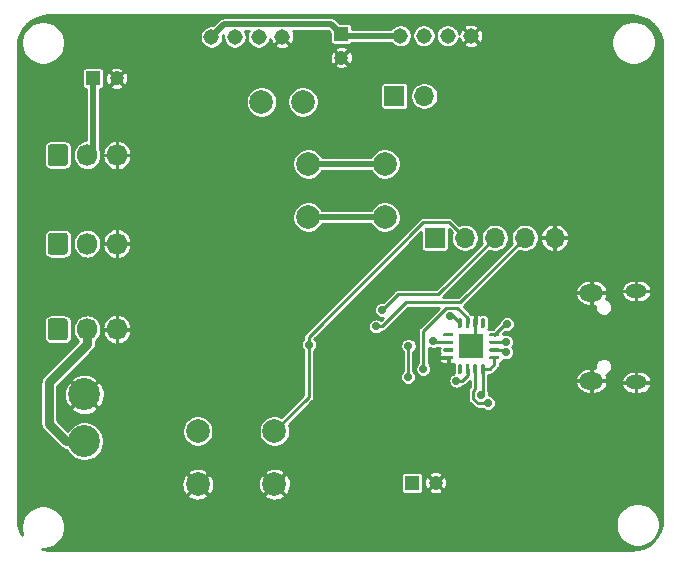
<source format=gbr>
%TF.GenerationSoftware,KiCad,Pcbnew,(5.1.6)-1*%
%TF.CreationDate,2021-06-25T13:52:16+02:00*%
%TF.ProjectId,sensor-v2-board,73656e73-6f72-42d7-9632-2d626f617264,rev?*%
%TF.SameCoordinates,Original*%
%TF.FileFunction,Copper,L2,Bot*%
%TF.FilePolarity,Positive*%
%FSLAX46Y46*%
G04 Gerber Fmt 4.6, Leading zero omitted, Abs format (unit mm)*
G04 Created by KiCad (PCBNEW (5.1.6)-1) date 2021-06-25 13:52:16*
%MOMM*%
%LPD*%
G01*
G04 APERTURE LIST*
%TA.AperFunction,SMDPad,CuDef*%
%ADD10R,2.100000X2.100000*%
%TD*%
%TA.AperFunction,ComponentPad*%
%ADD11O,2.000000X1.450000*%
%TD*%
%TA.AperFunction,ComponentPad*%
%ADD12O,1.800000X1.150000*%
%TD*%
%TA.AperFunction,ComponentPad*%
%ADD13C,2.700000*%
%TD*%
%TA.AperFunction,ComponentPad*%
%ADD14O,1.700000X1.850000*%
%TD*%
%TA.AperFunction,ComponentPad*%
%ADD15C,1.308000*%
%TD*%
%TA.AperFunction,ComponentPad*%
%ADD16R,1.700000X1.700000*%
%TD*%
%TA.AperFunction,ComponentPad*%
%ADD17O,1.700000X1.700000*%
%TD*%
%TA.AperFunction,ComponentPad*%
%ADD18C,2.000000*%
%TD*%
%TA.AperFunction,ComponentPad*%
%ADD19C,1.200000*%
%TD*%
%TA.AperFunction,ComponentPad*%
%ADD20R,1.200000X1.200000*%
%TD*%
%TA.AperFunction,ViaPad*%
%ADD21C,0.700000*%
%TD*%
%TA.AperFunction,ViaPad*%
%ADD22C,0.600000*%
%TD*%
%TA.AperFunction,Conductor*%
%ADD23C,0.250000*%
%TD*%
%TA.AperFunction,Conductor*%
%ADD24C,0.500000*%
%TD*%
%TA.AperFunction,Conductor*%
%ADD25C,0.750000*%
%TD*%
%TA.AperFunction,Conductor*%
%ADD26C,0.254000*%
%TD*%
G04 APERTURE END LIST*
%TO.P,Ue,1*%
%TO.N,Net-(C16-Pad1)*%
%TA.AperFunction,SMDPad,CuDef*%
G36*
G01*
X149225000Y-125300000D02*
X149375000Y-125300000D01*
G75*
G02*
X149450000Y-125375000I0J-75000D01*
G01*
X149450000Y-126075000D01*
G75*
G02*
X149375000Y-126150000I-75000J0D01*
G01*
X149225000Y-126150000D01*
G75*
G02*
X149150000Y-126075000I0J75000D01*
G01*
X149150000Y-125375000D01*
G75*
G02*
X149225000Y-125300000I75000J0D01*
G01*
G37*
%TD.AperFunction*%
%TO.P,Ue,2*%
%TO.N,RXD*%
%TA.AperFunction,SMDPad,CuDef*%
G36*
G01*
X149875000Y-125300000D02*
X150025000Y-125300000D01*
G75*
G02*
X150100000Y-125375000I0J-75000D01*
G01*
X150100000Y-126075000D01*
G75*
G02*
X150025000Y-126150000I-75000J0D01*
G01*
X149875000Y-126150000D01*
G75*
G02*
X149800000Y-126075000I0J75000D01*
G01*
X149800000Y-125375000D01*
G75*
G02*
X149875000Y-125300000I75000J0D01*
G01*
G37*
%TD.AperFunction*%
%TO.P,Ue,3*%
%TO.N,GND*%
%TA.AperFunction,SMDPad,CuDef*%
G36*
G01*
X150525000Y-125300000D02*
X150675000Y-125300000D01*
G75*
G02*
X150750000Y-125375000I0J-75000D01*
G01*
X150750000Y-126075000D01*
G75*
G02*
X150675000Y-126150000I-75000J0D01*
G01*
X150525000Y-126150000D01*
G75*
G02*
X150450000Y-126075000I0J75000D01*
G01*
X150450000Y-125375000D01*
G75*
G02*
X150525000Y-125300000I75000J0D01*
G01*
G37*
%TD.AperFunction*%
%TO.P,Ue,4*%
%TO.N,Net-(U4-Pad4)*%
%TA.AperFunction,SMDPad,CuDef*%
G36*
G01*
X151175000Y-125300000D02*
X151325000Y-125300000D01*
G75*
G02*
X151400000Y-125375000I0J-75000D01*
G01*
X151400000Y-126075000D01*
G75*
G02*
X151325000Y-126150000I-75000J0D01*
G01*
X151175000Y-126150000D01*
G75*
G02*
X151100000Y-126075000I0J75000D01*
G01*
X151100000Y-125375000D01*
G75*
G02*
X151175000Y-125300000I75000J0D01*
G01*
G37*
%TD.AperFunction*%
%TO.P,Ue,5*%
%TO.N,Net-(R11-Pad2)*%
%TA.AperFunction,SMDPad,CuDef*%
G36*
G01*
X151875000Y-126550000D02*
X152575000Y-126550000D01*
G75*
G02*
X152650000Y-126625000I0J-75000D01*
G01*
X152650000Y-126775000D01*
G75*
G02*
X152575000Y-126850000I-75000J0D01*
G01*
X151875000Y-126850000D01*
G75*
G02*
X151800000Y-126775000I0J75000D01*
G01*
X151800000Y-126625000D01*
G75*
G02*
X151875000Y-126550000I75000J0D01*
G01*
G37*
%TD.AperFunction*%
%TO.P,Ue,6*%
%TO.N,USB_DPO*%
%TA.AperFunction,SMDPad,CuDef*%
G36*
G01*
X151875000Y-127200000D02*
X152575000Y-127200000D01*
G75*
G02*
X152650000Y-127275000I0J-75000D01*
G01*
X152650000Y-127425000D01*
G75*
G02*
X152575000Y-127500000I-75000J0D01*
G01*
X151875000Y-127500000D01*
G75*
G02*
X151800000Y-127425000I0J75000D01*
G01*
X151800000Y-127275000D01*
G75*
G02*
X151875000Y-127200000I75000J0D01*
G01*
G37*
%TD.AperFunction*%
%TO.P,Ue,7*%
%TO.N,USB_DMo*%
%TA.AperFunction,SMDPad,CuDef*%
G36*
G01*
X151875000Y-127850000D02*
X152575000Y-127850000D01*
G75*
G02*
X152650000Y-127925000I0J-75000D01*
G01*
X152650000Y-128075000D01*
G75*
G02*
X152575000Y-128150000I-75000J0D01*
G01*
X151875000Y-128150000D01*
G75*
G02*
X151800000Y-128075000I0J75000D01*
G01*
X151800000Y-127925000D01*
G75*
G02*
X151875000Y-127850000I75000J0D01*
G01*
G37*
%TD.AperFunction*%
%TO.P,Ue,8*%
%TO.N,Net-(C16-Pad1)*%
%TA.AperFunction,SMDPad,CuDef*%
G36*
G01*
X151875000Y-128500000D02*
X152575000Y-128500000D01*
G75*
G02*
X152650000Y-128575000I0J-75000D01*
G01*
X152650000Y-128725000D01*
G75*
G02*
X152575000Y-128800000I-75000J0D01*
G01*
X151875000Y-128800000D01*
G75*
G02*
X151800000Y-128725000I0J75000D01*
G01*
X151800000Y-128575000D01*
G75*
G02*
X151875000Y-128500000I75000J0D01*
G01*
G37*
%TD.AperFunction*%
%TO.P,Ue,9*%
%TA.AperFunction,SMDPad,CuDef*%
G36*
G01*
X151175000Y-129200000D02*
X151325000Y-129200000D01*
G75*
G02*
X151400000Y-129275000I0J-75000D01*
G01*
X151400000Y-129975000D01*
G75*
G02*
X151325000Y-130050000I-75000J0D01*
G01*
X151175000Y-130050000D01*
G75*
G02*
X151100000Y-129975000I0J75000D01*
G01*
X151100000Y-129275000D01*
G75*
G02*
X151175000Y-129200000I75000J0D01*
G01*
G37*
%TD.AperFunction*%
%TO.P,Ue,10*%
%TO.N,5VUSB*%
%TA.AperFunction,SMDPad,CuDef*%
G36*
G01*
X150525000Y-129200000D02*
X150675000Y-129200000D01*
G75*
G02*
X150750000Y-129275000I0J-75000D01*
G01*
X150750000Y-129975000D01*
G75*
G02*
X150675000Y-130050000I-75000J0D01*
G01*
X150525000Y-130050000D01*
G75*
G02*
X150450000Y-129975000I0J75000D01*
G01*
X150450000Y-129275000D01*
G75*
G02*
X150525000Y-129200000I75000J0D01*
G01*
G37*
%TD.AperFunction*%
%TO.P,Ue,11*%
%TO.N,Net-(R9-Pad1)*%
%TA.AperFunction,SMDPad,CuDef*%
G36*
G01*
X149875000Y-129200000D02*
X150025000Y-129200000D01*
G75*
G02*
X150100000Y-129275000I0J-75000D01*
G01*
X150100000Y-129975000D01*
G75*
G02*
X150025000Y-130050000I-75000J0D01*
G01*
X149875000Y-130050000D01*
G75*
G02*
X149800000Y-129975000I0J75000D01*
G01*
X149800000Y-129275000D01*
G75*
G02*
X149875000Y-129200000I75000J0D01*
G01*
G37*
%TD.AperFunction*%
%TO.P,Ue,12*%
%TO.N,Net-(U4-Pad12)*%
%TA.AperFunction,SMDPad,CuDef*%
G36*
G01*
X149225000Y-129200000D02*
X149375000Y-129200000D01*
G75*
G02*
X149450000Y-129275000I0J-75000D01*
G01*
X149450000Y-129975000D01*
G75*
G02*
X149375000Y-130050000I-75000J0D01*
G01*
X149225000Y-130050000D01*
G75*
G02*
X149150000Y-129975000I0J75000D01*
G01*
X149150000Y-129275000D01*
G75*
G02*
X149225000Y-129200000I75000J0D01*
G01*
G37*
%TD.AperFunction*%
%TO.P,Ue,13*%
%TO.N,GND*%
%TA.AperFunction,SMDPad,CuDef*%
G36*
G01*
X147975000Y-128500000D02*
X148675000Y-128500000D01*
G75*
G02*
X148750000Y-128575000I0J-75000D01*
G01*
X148750000Y-128725000D01*
G75*
G02*
X148675000Y-128800000I-75000J0D01*
G01*
X147975000Y-128800000D01*
G75*
G02*
X147900000Y-128725000I0J75000D01*
G01*
X147900000Y-128575000D01*
G75*
G02*
X147975000Y-128500000I75000J0D01*
G01*
G37*
%TD.AperFunction*%
%TO.P,Ue,14*%
%TO.N,Net-(U4-Pad14)*%
%TA.AperFunction,SMDPad,CuDef*%
G36*
G01*
X147975000Y-127850000D02*
X148675000Y-127850000D01*
G75*
G02*
X148750000Y-127925000I0J-75000D01*
G01*
X148750000Y-128075000D01*
G75*
G02*
X148675000Y-128150000I-75000J0D01*
G01*
X147975000Y-128150000D01*
G75*
G02*
X147900000Y-128075000I0J75000D01*
G01*
X147900000Y-127925000D01*
G75*
G02*
X147975000Y-127850000I75000J0D01*
G01*
G37*
%TD.AperFunction*%
%TO.P,Ue,15*%
%TO.N,TXD*%
%TA.AperFunction,SMDPad,CuDef*%
G36*
G01*
X147975000Y-127200000D02*
X148675000Y-127200000D01*
G75*
G02*
X148750000Y-127275000I0J-75000D01*
G01*
X148750000Y-127425000D01*
G75*
G02*
X148675000Y-127500000I-75000J0D01*
G01*
X147975000Y-127500000D01*
G75*
G02*
X147900000Y-127425000I0J75000D01*
G01*
X147900000Y-127275000D01*
G75*
G02*
X147975000Y-127200000I75000J0D01*
G01*
G37*
%TD.AperFunction*%
%TO.P,Ue,16*%
%TO.N,Net-(U4-Pad16)*%
%TA.AperFunction,SMDPad,CuDef*%
G36*
G01*
X147975000Y-126550000D02*
X148675000Y-126550000D01*
G75*
G02*
X148750000Y-126625000I0J-75000D01*
G01*
X148750000Y-126775000D01*
G75*
G02*
X148675000Y-126850000I-75000J0D01*
G01*
X147975000Y-126850000D01*
G75*
G02*
X147900000Y-126775000I0J75000D01*
G01*
X147900000Y-126625000D01*
G75*
G02*
X147975000Y-126550000I75000J0D01*
G01*
G37*
%TD.AperFunction*%
D10*
%TO.P,Ue,17*%
%TO.N,GND*%
X150275000Y-127675000D03*
%TD*%
D11*
%TO.P,J8,6*%
%TO.N,GND*%
X160425000Y-130600000D03*
X160425000Y-123150000D03*
D12*
X164225000Y-130750000D03*
X164225000Y-123000000D03*
%TD*%
D13*
%TO.P,J4,2*%
%TO.N,GND*%
X117500000Y-131770000D03*
%TO.P,J4,1*%
%TO.N,+5VP*%
X117500000Y-135730000D03*
%TD*%
%TO.P,J1,1*%
%TO.N,SERVO_BUS*%
%TA.AperFunction,ComponentPad*%
G36*
G01*
X114400000Y-119675000D02*
X114400000Y-118325000D01*
G75*
G02*
X114650000Y-118075000I250000J0D01*
G01*
X115850000Y-118075000D01*
G75*
G02*
X116100000Y-118325000I0J-250000D01*
G01*
X116100000Y-119675000D01*
G75*
G02*
X115850000Y-119925000I-250000J0D01*
G01*
X114650000Y-119925000D01*
G75*
G02*
X114400000Y-119675000I0J250000D01*
G01*
G37*
%TD.AperFunction*%
D14*
%TO.P,J1,2*%
%TO.N,+5VP*%
X117750000Y-119000000D03*
%TO.P,J1,3*%
%TO.N,GND*%
X120250000Y-119000000D03*
%TD*%
%TO.P,J2,1*%
%TO.N,SERVO_BUS*%
%TA.AperFunction,ComponentPad*%
G36*
G01*
X114400000Y-112175000D02*
X114400000Y-110825000D01*
G75*
G02*
X114650000Y-110575000I250000J0D01*
G01*
X115850000Y-110575000D01*
G75*
G02*
X116100000Y-110825000I0J-250000D01*
G01*
X116100000Y-112175000D01*
G75*
G02*
X115850000Y-112425000I-250000J0D01*
G01*
X114650000Y-112425000D01*
G75*
G02*
X114400000Y-112175000I0J250000D01*
G01*
G37*
%TD.AperFunction*%
%TO.P,J2,2*%
%TO.N,+5VP*%
X117750000Y-111500000D03*
%TO.P,J2,3*%
%TO.N,GND*%
X120250000Y-111500000D03*
%TD*%
%TO.P,J3,3*%
%TO.N,GND*%
X120250000Y-126250000D03*
%TO.P,J3,2*%
%TO.N,+5VP*%
X117750000Y-126250000D03*
%TO.P,J3,1*%
%TO.N,SERVO_BUS*%
%TA.AperFunction,ComponentPad*%
G36*
G01*
X114400000Y-126925000D02*
X114400000Y-125575000D01*
G75*
G02*
X114650000Y-125325000I250000J0D01*
G01*
X115850000Y-125325000D01*
G75*
G02*
X116100000Y-125575000I0J-250000D01*
G01*
X116100000Y-126925000D01*
G75*
G02*
X115850000Y-127175000I-250000J0D01*
G01*
X114650000Y-127175000D01*
G75*
G02*
X114400000Y-126925000I0J250000D01*
G01*
G37*
%TD.AperFunction*%
%TD*%
D15*
%TO.P,J5,1*%
%TO.N,+5V*%
X128250000Y-101500000D03*
%TO.P,J5,2*%
%TO.N,CANH*%
X130250000Y-101500000D03*
%TO.P,J5,3*%
%TO.N,CANL*%
X132250000Y-101500000D03*
%TO.P,J5,4*%
%TO.N,GND*%
X134250000Y-101500000D03*
%TD*%
%TO.P,J6,4*%
%TO.N,GND*%
X150250000Y-101400000D03*
%TO.P,J6,3*%
%TO.N,CANL*%
X148250000Y-101400000D03*
%TO.P,J6,2*%
%TO.N,CANH*%
X146250000Y-101400000D03*
%TO.P,J6,1*%
%TO.N,+5V*%
X144250000Y-101400000D03*
%TD*%
D16*
%TO.P,SWD,1*%
%TO.N,+3V3*%
X147170000Y-118500000D03*
D17*
%TO.P,SWD,2*%
%TO.N,RST*%
X149710000Y-118500000D03*
%TO.P,SWD,3*%
%TO.N,SWDCLK*%
X152250000Y-118500000D03*
%TO.P,SWD,4*%
%TO.N,SWDIO*%
X154790000Y-118500000D03*
%TO.P,SWD,5*%
%TO.N,GND*%
X157330000Y-118500000D03*
%TD*%
D16*
%TO.P,120,1*%
%TO.N,Net-(JP1-Pad1)*%
X143750000Y-106500000D03*
D17*
%TO.P,120,2*%
%TO.N,CANL*%
X146290000Y-106500000D03*
%TD*%
D18*
%TO.P,RESET,2*%
%TO.N,GND*%
X127100000Y-139375000D03*
%TO.P,RESET,1*%
%TO.N,RST*%
X127100000Y-134875000D03*
%TO.P,RESET,2*%
%TO.N,GND*%
X133600000Y-139375000D03*
%TO.P,RESET,1*%
%TO.N,RST*%
X133600000Y-134875000D03*
%TD*%
%TO.P,BOOT,1*%
%TO.N,+3V3*%
X142950000Y-112250000D03*
%TO.P,BOOT,2*%
%TO.N,Net-(R4-Pad2)*%
X142950000Y-116750000D03*
%TO.P,BOOT,1*%
%TO.N,+3V3*%
X136450000Y-112250000D03*
%TO.P,BOOT,2*%
%TO.N,Net-(R4-Pad2)*%
X136450000Y-116750000D03*
%TD*%
%TO.P,CANH,1*%
%TO.N,CANH*%
X132500000Y-107000000D03*
%TD*%
%TO.P,CANL,1*%
%TO.N,CANL*%
X136000000Y-107000000D03*
%TD*%
D19*
%TO.P,C2,2*%
%TO.N,GND*%
X120250000Y-105000000D03*
D20*
%TO.P,C2,1*%
%TO.N,+5VP*%
X118250000Y-105000000D03*
%TD*%
%TO.P,C3,1*%
%TO.N,+5V*%
X139250000Y-101250000D03*
D19*
%TO.P,C3,2*%
%TO.N,GND*%
X139250000Y-103250000D03*
%TD*%
D20*
%TO.P,C5,1*%
%TO.N,+3V3*%
X145250000Y-139250000D03*
D19*
%TO.P,C5,2*%
%TO.N,GND*%
X147250000Y-139250000D03*
%TD*%
D21*
%TO.N,GND*%
X139900000Y-107500000D03*
D22*
X133000000Y-130500000D03*
D21*
%TO.N,RST*%
X136509083Y-127549990D03*
%TO.N,5VUSB*%
X151662227Y-132502783D03*
%TO.N,Net-(C16-Pad1)*%
X151100000Y-131800000D03*
X148446466Y-125116660D03*
X144900000Y-130300000D03*
X144946677Y-127644348D03*
%TO.N,USB_DMo*%
X153200000Y-128200000D03*
%TO.N,USB_DPO*%
X153199998Y-127299989D03*
%TO.N,SWDCLK*%
X142722860Y-124594363D03*
%TO.N,SWDIO*%
X142200000Y-126000000D03*
%TO.N,Net-(R9-Pad1)*%
X149000000Y-130600000D03*
%TO.N,Net-(R11-Pad2)*%
X153300000Y-125800000D03*
%TO.N,RXD*%
X146200000Y-129600000D03*
%TO.N,TXD*%
X147062707Y-127253317D03*
%TD*%
D23*
%TO.N,GND*%
X150600000Y-127350000D02*
X150600000Y-125725000D01*
X150275000Y-127675000D02*
X150600000Y-127350000D01*
D24*
%TO.N,+5V*%
X139400000Y-101400000D02*
X139250000Y-101250000D01*
X144250000Y-101400000D02*
X139400000Y-101400000D01*
X129354001Y-100395999D02*
X128250000Y-101500000D01*
X138395999Y-100395999D02*
X129354001Y-100395999D01*
X139250000Y-101250000D02*
X138395999Y-100395999D01*
D25*
%TO.N,+5VP*%
X117750000Y-126250000D02*
X117750000Y-127500000D01*
X117750000Y-127500000D02*
X114500000Y-130750000D01*
X114500000Y-130750000D02*
X114500000Y-134250000D01*
X115980000Y-135730000D02*
X117500000Y-135730000D01*
X114500000Y-134250000D02*
X115980000Y-135730000D01*
D24*
X118250000Y-111000000D02*
X117750000Y-111500000D01*
X118250000Y-105000000D02*
X118250000Y-111000000D01*
%TO.N,+3V3*%
X136450000Y-112250000D02*
X142950000Y-112250000D01*
D23*
%TO.N,RST*%
X136509083Y-131965917D02*
X133600000Y-134875000D01*
X136509083Y-127549990D02*
X136509083Y-131965917D01*
X146184998Y-117200000D02*
X136509083Y-126875915D01*
X136509083Y-126875915D02*
X136509083Y-127549990D01*
X149710000Y-118500000D02*
X148410000Y-117200000D01*
X148410000Y-117200000D02*
X146184998Y-117200000D01*
%TO.N,5VUSB*%
X150600000Y-131300998D02*
X150424999Y-131475999D01*
X150600000Y-129625000D02*
X150600000Y-131300998D01*
X150424999Y-132124001D02*
X150803781Y-132502783D01*
X150803781Y-132502783D02*
X151662227Y-132502783D01*
X150424999Y-131475999D02*
X150424999Y-132124001D01*
%TO.N,Net-(C16-Pad1)*%
X151250000Y-129625000D02*
X151250000Y-131650000D01*
X151250000Y-131650000D02*
X151100000Y-131800000D01*
X149300000Y-125700000D02*
X149300000Y-125725000D01*
X148446466Y-125116660D02*
X148716660Y-125116660D01*
X148716660Y-125116660D02*
X149300000Y-125700000D01*
X151825000Y-129625000D02*
X151250000Y-129625000D01*
X152225000Y-128650000D02*
X152225000Y-129225000D01*
X152225000Y-129225000D02*
X151825000Y-129625000D01*
X144900000Y-127691025D02*
X144946677Y-127644348D01*
X144900000Y-130300000D02*
X144900000Y-127691025D01*
%TO.N,USB_DMo*%
X152225000Y-128000000D02*
X153000000Y-128000000D01*
X153000000Y-128000000D02*
X153200000Y-128200000D01*
%TO.N,USB_DPO*%
X153149987Y-127350000D02*
X153199998Y-127299989D01*
X152250000Y-127350000D02*
X153149987Y-127350000D01*
%TO.N,SWDCLK*%
X152250000Y-118500000D02*
X147471900Y-123278100D01*
X147471900Y-123278100D02*
X144039123Y-123278100D01*
X144039123Y-123278100D02*
X142722860Y-124594363D01*
%TO.N,SWDIO*%
X144741872Y-123953102D02*
X142694974Y-126000000D01*
X142694974Y-126000000D02*
X142200000Y-126000000D01*
X149336898Y-123953102D02*
X144741872Y-123953102D01*
X154790000Y-118500000D02*
X149336898Y-123953102D01*
D24*
%TO.N,Net-(R4-Pad2)*%
X136450000Y-116750000D02*
X142950000Y-116750000D01*
D23*
%TO.N,Net-(R9-Pad1)*%
X149950000Y-130144974D02*
X149950000Y-129625000D01*
X149494974Y-130600000D02*
X149950000Y-130144974D01*
X149000000Y-130600000D02*
X149494974Y-130600000D01*
%TO.N,Net-(R11-Pad2)*%
X153125000Y-125800000D02*
X152225000Y-126700000D01*
X153300000Y-125800000D02*
X153125000Y-125800000D01*
%TO.N,RXD*%
X149950000Y-125725000D02*
X149950000Y-125300000D01*
X148122465Y-124441659D02*
X146200000Y-126364124D01*
X146200000Y-126364124D02*
X146200000Y-129600000D01*
X149950000Y-125300000D02*
X149091659Y-124441659D01*
X149091659Y-124441659D02*
X148122465Y-124441659D01*
%TO.N,TXD*%
X148325000Y-127350000D02*
X147159390Y-127350000D01*
X147159390Y-127350000D02*
X147062707Y-127253317D01*
%TD*%
D26*
%TO.N,GND*%
G36*
X164312445Y-99711973D02*
G01*
X164805370Y-99860795D01*
X165259996Y-100102523D01*
X165659017Y-100427958D01*
X165987229Y-100824697D01*
X166232127Y-101277629D01*
X166384388Y-101769501D01*
X166439993Y-102298547D01*
X166440000Y-102300681D01*
X166440001Y-142282381D01*
X166388027Y-142812445D01*
X166239206Y-143305368D01*
X165997476Y-143759996D01*
X165672042Y-144159017D01*
X165275303Y-144487229D01*
X164822371Y-144732127D01*
X164330500Y-144884387D01*
X163801453Y-144939993D01*
X163799319Y-144940000D01*
X114517609Y-144940000D01*
X113987555Y-144888027D01*
X113930982Y-144870947D01*
X114184272Y-144870947D01*
X114545735Y-144799048D01*
X114886226Y-144658012D01*
X115192659Y-144453260D01*
X115453260Y-144192659D01*
X115658012Y-143886226D01*
X115799048Y-143545735D01*
X115870947Y-143184272D01*
X115870947Y-142815728D01*
X115831165Y-142615728D01*
X162479053Y-142615728D01*
X162479053Y-142984272D01*
X162550952Y-143345735D01*
X162691988Y-143686226D01*
X162896740Y-143992659D01*
X163157341Y-144253260D01*
X163463774Y-144458012D01*
X163804265Y-144599048D01*
X164165728Y-144670947D01*
X164534272Y-144670947D01*
X164895735Y-144599048D01*
X165236226Y-144458012D01*
X165542659Y-144253260D01*
X165803260Y-143992659D01*
X166008012Y-143686226D01*
X166149048Y-143345735D01*
X166220947Y-142984272D01*
X166220947Y-142615728D01*
X166149048Y-142254265D01*
X166008012Y-141913774D01*
X165803260Y-141607341D01*
X165542659Y-141346740D01*
X165236226Y-141141988D01*
X164895735Y-141000952D01*
X164534272Y-140929053D01*
X164165728Y-140929053D01*
X163804265Y-141000952D01*
X163463774Y-141141988D01*
X163157341Y-141346740D01*
X162896740Y-141607341D01*
X162691988Y-141913774D01*
X162550952Y-142254265D01*
X162479053Y-142615728D01*
X115831165Y-142615728D01*
X115799048Y-142454265D01*
X115658012Y-142113774D01*
X115453260Y-141807341D01*
X115192659Y-141546740D01*
X114886226Y-141341988D01*
X114545735Y-141200952D01*
X114184272Y-141129053D01*
X113815728Y-141129053D01*
X113454265Y-141200952D01*
X113113774Y-141341988D01*
X112807341Y-141546740D01*
X112546740Y-141807341D01*
X112341988Y-142113774D01*
X112200952Y-142454265D01*
X112129053Y-142815728D01*
X112129053Y-143184272D01*
X112200952Y-143545735D01*
X112241257Y-143643039D01*
X112067873Y-143322371D01*
X111915613Y-142830500D01*
X111860007Y-142301453D01*
X111860000Y-142299319D01*
X111860000Y-140305006D01*
X126202521Y-140305006D01*
X126303060Y-140511023D01*
X126540000Y-140644670D01*
X126798461Y-140729525D01*
X127068510Y-140762325D01*
X127339769Y-140741812D01*
X127601813Y-140668773D01*
X127844574Y-140546014D01*
X127896940Y-140511023D01*
X127997479Y-140305006D01*
X132702521Y-140305006D01*
X132803060Y-140511023D01*
X133040000Y-140644670D01*
X133298461Y-140729525D01*
X133568510Y-140762325D01*
X133839769Y-140741812D01*
X134101813Y-140668773D01*
X134344574Y-140546014D01*
X134396940Y-140511023D01*
X134497479Y-140305006D01*
X133600000Y-139407527D01*
X132702521Y-140305006D01*
X127997479Y-140305006D01*
X127100000Y-139407527D01*
X126202521Y-140305006D01*
X111860000Y-140305006D01*
X111860000Y-139343510D01*
X125712675Y-139343510D01*
X125733188Y-139614769D01*
X125806227Y-139876813D01*
X125928986Y-140119574D01*
X125963977Y-140171940D01*
X126169994Y-140272479D01*
X127067473Y-139375000D01*
X127132527Y-139375000D01*
X128030006Y-140272479D01*
X128236023Y-140171940D01*
X128369670Y-139935000D01*
X128454525Y-139676539D01*
X128487325Y-139406490D01*
X128482563Y-139343510D01*
X132212675Y-139343510D01*
X132233188Y-139614769D01*
X132306227Y-139876813D01*
X132428986Y-140119574D01*
X132463977Y-140171940D01*
X132669994Y-140272479D01*
X133567473Y-139375000D01*
X133632527Y-139375000D01*
X134530006Y-140272479D01*
X134736023Y-140171940D01*
X134869670Y-139935000D01*
X134954525Y-139676539D01*
X134987325Y-139406490D01*
X134966812Y-139135231D01*
X134893773Y-138873187D01*
X134780913Y-138650000D01*
X144313380Y-138650000D01*
X144313380Y-139850000D01*
X144319848Y-139915671D01*
X144339004Y-139978819D01*
X144370111Y-140037016D01*
X144411974Y-140088026D01*
X144462984Y-140129889D01*
X144521181Y-140160996D01*
X144584329Y-140180152D01*
X144650000Y-140186620D01*
X145850000Y-140186620D01*
X145915671Y-140180152D01*
X145978819Y-140160996D01*
X146037016Y-140129889D01*
X146088026Y-140088026D01*
X146129889Y-140037016D01*
X146160996Y-139978819D01*
X146180152Y-139915671D01*
X146182116Y-139895730D01*
X146636797Y-139895730D01*
X146689358Y-140060788D01*
X146858307Y-140154585D01*
X147042310Y-140213620D01*
X147234294Y-140235622D01*
X147426881Y-140219748D01*
X147612671Y-140166607D01*
X147784523Y-140078241D01*
X147810642Y-140060788D01*
X147863203Y-139895730D01*
X147250000Y-139282527D01*
X146636797Y-139895730D01*
X146182116Y-139895730D01*
X146186620Y-139850000D01*
X146186620Y-139234294D01*
X146264378Y-139234294D01*
X146280252Y-139426881D01*
X146333393Y-139612671D01*
X146421759Y-139784523D01*
X146439212Y-139810642D01*
X146604270Y-139863203D01*
X147217473Y-139250000D01*
X147282527Y-139250000D01*
X147895730Y-139863203D01*
X148060788Y-139810642D01*
X148154585Y-139641693D01*
X148213620Y-139457690D01*
X148235622Y-139265706D01*
X148219748Y-139073119D01*
X148166607Y-138887329D01*
X148078241Y-138715477D01*
X148060788Y-138689358D01*
X147895730Y-138636797D01*
X147282527Y-139250000D01*
X147217473Y-139250000D01*
X146604270Y-138636797D01*
X146439212Y-138689358D01*
X146345415Y-138858307D01*
X146286380Y-139042310D01*
X146264378Y-139234294D01*
X146186620Y-139234294D01*
X146186620Y-138650000D01*
X146182117Y-138604270D01*
X146636797Y-138604270D01*
X147250000Y-139217473D01*
X147863203Y-138604270D01*
X147810642Y-138439212D01*
X147641693Y-138345415D01*
X147457690Y-138286380D01*
X147265706Y-138264378D01*
X147073119Y-138280252D01*
X146887329Y-138333393D01*
X146715477Y-138421759D01*
X146689358Y-138439212D01*
X146636797Y-138604270D01*
X146182117Y-138604270D01*
X146180152Y-138584329D01*
X146160996Y-138521181D01*
X146129889Y-138462984D01*
X146088026Y-138411974D01*
X146037016Y-138370111D01*
X145978819Y-138339004D01*
X145915671Y-138319848D01*
X145850000Y-138313380D01*
X144650000Y-138313380D01*
X144584329Y-138319848D01*
X144521181Y-138339004D01*
X144462984Y-138370111D01*
X144411974Y-138411974D01*
X144370111Y-138462984D01*
X144339004Y-138521181D01*
X144319848Y-138584329D01*
X144313380Y-138650000D01*
X134780913Y-138650000D01*
X134771014Y-138630426D01*
X134736023Y-138578060D01*
X134530006Y-138477521D01*
X133632527Y-139375000D01*
X133567473Y-139375000D01*
X132669994Y-138477521D01*
X132463977Y-138578060D01*
X132330330Y-138815000D01*
X132245475Y-139073461D01*
X132212675Y-139343510D01*
X128482563Y-139343510D01*
X128466812Y-139135231D01*
X128393773Y-138873187D01*
X128271014Y-138630426D01*
X128236023Y-138578060D01*
X128030006Y-138477521D01*
X127132527Y-139375000D01*
X127067473Y-139375000D01*
X126169994Y-138477521D01*
X125963977Y-138578060D01*
X125830330Y-138815000D01*
X125745475Y-139073461D01*
X125712675Y-139343510D01*
X111860000Y-139343510D01*
X111860000Y-138444994D01*
X126202521Y-138444994D01*
X127100000Y-139342473D01*
X127997479Y-138444994D01*
X132702521Y-138444994D01*
X133600000Y-139342473D01*
X134497479Y-138444994D01*
X134396940Y-138238977D01*
X134160000Y-138105330D01*
X133901539Y-138020475D01*
X133631490Y-137987675D01*
X133360231Y-138008188D01*
X133098187Y-138081227D01*
X132855426Y-138203986D01*
X132803060Y-138238977D01*
X132702521Y-138444994D01*
X127997479Y-138444994D01*
X127896940Y-138238977D01*
X127660000Y-138105330D01*
X127401539Y-138020475D01*
X127131490Y-137987675D01*
X126860231Y-138008188D01*
X126598187Y-138081227D01*
X126355426Y-138203986D01*
X126303060Y-138238977D01*
X126202521Y-138444994D01*
X111860000Y-138444994D01*
X111860000Y-130750000D01*
X113786565Y-130750000D01*
X113790000Y-130784875D01*
X113790001Y-134215115D01*
X113786565Y-134250000D01*
X113800274Y-134389184D01*
X113840872Y-134523019D01*
X113891749Y-134618203D01*
X113906801Y-134646363D01*
X113995526Y-134754475D01*
X114022617Y-134776708D01*
X115453292Y-136207384D01*
X115475525Y-136234475D01*
X115583637Y-136323200D01*
X115706980Y-136389128D01*
X115840816Y-136429727D01*
X115945123Y-136440000D01*
X115945124Y-136440000D01*
X115971330Y-136442581D01*
X116006772Y-136528147D01*
X116191175Y-136804125D01*
X116425875Y-137038825D01*
X116701853Y-137223228D01*
X117008504Y-137350246D01*
X117334042Y-137415000D01*
X117665958Y-137415000D01*
X117991496Y-137350246D01*
X118298147Y-137223228D01*
X118574125Y-137038825D01*
X118808825Y-136804125D01*
X118993228Y-136528147D01*
X119120246Y-136221496D01*
X119185000Y-135895958D01*
X119185000Y-135564042D01*
X119120246Y-135238504D01*
X118993228Y-134931853D01*
X118867384Y-134743514D01*
X125765000Y-134743514D01*
X125765000Y-135006486D01*
X125816304Y-135264405D01*
X125916939Y-135507359D01*
X126063038Y-135726013D01*
X126248987Y-135911962D01*
X126467641Y-136058061D01*
X126710595Y-136158696D01*
X126968514Y-136210000D01*
X127231486Y-136210000D01*
X127489405Y-136158696D01*
X127732359Y-136058061D01*
X127951013Y-135911962D01*
X128136962Y-135726013D01*
X128283061Y-135507359D01*
X128383696Y-135264405D01*
X128435000Y-135006486D01*
X128435000Y-134743514D01*
X132265000Y-134743514D01*
X132265000Y-135006486D01*
X132316304Y-135264405D01*
X132416939Y-135507359D01*
X132563038Y-135726013D01*
X132748987Y-135911962D01*
X132967641Y-136058061D01*
X133210595Y-136158696D01*
X133468514Y-136210000D01*
X133731486Y-136210000D01*
X133989405Y-136158696D01*
X134232359Y-136058061D01*
X134451013Y-135911962D01*
X134636962Y-135726013D01*
X134783061Y-135507359D01*
X134883696Y-135264405D01*
X134935000Y-135006486D01*
X134935000Y-134743514D01*
X134883696Y-134485595D01*
X134812302Y-134313235D01*
X136818380Y-132307158D01*
X136835925Y-132292759D01*
X136893409Y-132222715D01*
X136936123Y-132142803D01*
X136962426Y-132056093D01*
X136969083Y-131988507D01*
X136969083Y-131988499D01*
X136971307Y-131965917D01*
X136969083Y-131943335D01*
X136969083Y-130232533D01*
X144215000Y-130232533D01*
X144215000Y-130367467D01*
X144241325Y-130499807D01*
X144292961Y-130624469D01*
X144367926Y-130736662D01*
X144463338Y-130832074D01*
X144575531Y-130907039D01*
X144700193Y-130958675D01*
X144832533Y-130985000D01*
X144967467Y-130985000D01*
X145099807Y-130958675D01*
X145224469Y-130907039D01*
X145336662Y-130832074D01*
X145432074Y-130736662D01*
X145507039Y-130624469D01*
X145558675Y-130499807D01*
X145585000Y-130367467D01*
X145585000Y-130232533D01*
X145558675Y-130100193D01*
X145507039Y-129975531D01*
X145432074Y-129863338D01*
X145360000Y-129791264D01*
X145360000Y-128192017D01*
X145383339Y-128176422D01*
X145478751Y-128081010D01*
X145553716Y-127968817D01*
X145605352Y-127844155D01*
X145631677Y-127711815D01*
X145631677Y-127576881D01*
X145605352Y-127444541D01*
X145553716Y-127319879D01*
X145478751Y-127207686D01*
X145383339Y-127112274D01*
X145271146Y-127037309D01*
X145146484Y-126985673D01*
X145014144Y-126959348D01*
X144879210Y-126959348D01*
X144746870Y-126985673D01*
X144622208Y-127037309D01*
X144510015Y-127112274D01*
X144414603Y-127207686D01*
X144339638Y-127319879D01*
X144288002Y-127444541D01*
X144261677Y-127576881D01*
X144261677Y-127711815D01*
X144288002Y-127844155D01*
X144339638Y-127968817D01*
X144414603Y-128081010D01*
X144440001Y-128106408D01*
X144440000Y-129791264D01*
X144367926Y-129863338D01*
X144292961Y-129975531D01*
X144241325Y-130100193D01*
X144215000Y-130232533D01*
X136969083Y-130232533D01*
X136969083Y-128058726D01*
X137041157Y-127986652D01*
X137116122Y-127874459D01*
X137167758Y-127749797D01*
X137194083Y-127617457D01*
X137194083Y-127482523D01*
X137167758Y-127350183D01*
X137116122Y-127225521D01*
X137041157Y-127113328D01*
X136981682Y-127053853D01*
X138103002Y-125932533D01*
X141515000Y-125932533D01*
X141515000Y-126067467D01*
X141541325Y-126199807D01*
X141592961Y-126324469D01*
X141667926Y-126436662D01*
X141763338Y-126532074D01*
X141875531Y-126607039D01*
X142000193Y-126658675D01*
X142132533Y-126685000D01*
X142267467Y-126685000D01*
X142399807Y-126658675D01*
X142524469Y-126607039D01*
X142636662Y-126532074D01*
X142707772Y-126460964D01*
X142717556Y-126460000D01*
X142717564Y-126460000D01*
X142785150Y-126453343D01*
X142871860Y-126427040D01*
X142951772Y-126384326D01*
X143021816Y-126326842D01*
X143036219Y-126309292D01*
X144932410Y-124413102D01*
X147500484Y-124413102D01*
X145890708Y-126022879D01*
X145873158Y-126037282D01*
X145815674Y-126107327D01*
X145772960Y-126187239D01*
X145746657Y-126273949D01*
X145740000Y-126341535D01*
X145740000Y-126341542D01*
X145737776Y-126364124D01*
X145740000Y-126386706D01*
X145740001Y-129091263D01*
X145667926Y-129163338D01*
X145592961Y-129275531D01*
X145541325Y-129400193D01*
X145515000Y-129532533D01*
X145515000Y-129667467D01*
X145541325Y-129799807D01*
X145592961Y-129924469D01*
X145667926Y-130036662D01*
X145763338Y-130132074D01*
X145875531Y-130207039D01*
X146000193Y-130258675D01*
X146132533Y-130285000D01*
X146267467Y-130285000D01*
X146399807Y-130258675D01*
X146524469Y-130207039D01*
X146636662Y-130132074D01*
X146732074Y-130036662D01*
X146807039Y-129924469D01*
X146858675Y-129799807D01*
X146885000Y-129667467D01*
X146885000Y-129532533D01*
X146858675Y-129400193D01*
X146807039Y-129275531D01*
X146732074Y-129163338D01*
X146660000Y-129091264D01*
X146660000Y-128800000D01*
X147517157Y-128800000D01*
X147524513Y-128874689D01*
X147546299Y-128946508D01*
X147581678Y-129012696D01*
X147629289Y-129070711D01*
X147687304Y-129118322D01*
X147753492Y-129153701D01*
X147825311Y-129175487D01*
X147900000Y-129182843D01*
X148206750Y-129181000D01*
X148302000Y-129085750D01*
X148302000Y-128673000D01*
X147614250Y-128673000D01*
X147519000Y-128768250D01*
X147517157Y-128800000D01*
X146660000Y-128800000D01*
X146660000Y-127808079D01*
X146738238Y-127860356D01*
X146862900Y-127911992D01*
X146995240Y-127938317D01*
X147130174Y-127938317D01*
X147262514Y-127911992D01*
X147387176Y-127860356D01*
X147462539Y-127810000D01*
X147581814Y-127810000D01*
X147571289Y-127844697D01*
X147563380Y-127925000D01*
X147563380Y-128075000D01*
X147571289Y-128155303D01*
X147594713Y-128232520D01*
X147607304Y-128256078D01*
X147581678Y-128287304D01*
X147546299Y-128353492D01*
X147524513Y-128425311D01*
X147517157Y-128500000D01*
X147519000Y-128531750D01*
X147614250Y-128627000D01*
X148302000Y-128627000D01*
X148302000Y-128607000D01*
X148348000Y-128607000D01*
X148348000Y-128627000D01*
X148368000Y-128627000D01*
X148368000Y-128673000D01*
X148348000Y-128673000D01*
X148348000Y-129085750D01*
X148443250Y-129181000D01*
X148750000Y-129182843D01*
X148824689Y-129175487D01*
X148827362Y-129174676D01*
X148821289Y-129194697D01*
X148813380Y-129275000D01*
X148813380Y-129938702D01*
X148800193Y-129941325D01*
X148675531Y-129992961D01*
X148563338Y-130067926D01*
X148467926Y-130163338D01*
X148392961Y-130275531D01*
X148341325Y-130400193D01*
X148315000Y-130532533D01*
X148315000Y-130667467D01*
X148341325Y-130799807D01*
X148392961Y-130924469D01*
X148467926Y-131036662D01*
X148563338Y-131132074D01*
X148675531Y-131207039D01*
X148800193Y-131258675D01*
X148932533Y-131285000D01*
X149067467Y-131285000D01*
X149199807Y-131258675D01*
X149324469Y-131207039D01*
X149436662Y-131132074D01*
X149507772Y-131060964D01*
X149517556Y-131060000D01*
X149517564Y-131060000D01*
X149585150Y-131053343D01*
X149671860Y-131027040D01*
X149751772Y-130984326D01*
X149821816Y-130926842D01*
X149836219Y-130909292D01*
X150140001Y-130605511D01*
X150140001Y-131110460D01*
X150115707Y-131134754D01*
X150098157Y-131149157D01*
X150040673Y-131219202D01*
X149997959Y-131299114D01*
X149971656Y-131385824D01*
X149964999Y-131453410D01*
X149964999Y-131453417D01*
X149962775Y-131475999D01*
X149964999Y-131498581D01*
X149965000Y-132101410D01*
X149962775Y-132124001D01*
X149971656Y-132214176D01*
X149997959Y-132300886D01*
X150011328Y-132325897D01*
X150040674Y-132380799D01*
X150062209Y-132407039D01*
X150079528Y-132428142D01*
X150098158Y-132450843D01*
X150115702Y-132465241D01*
X150462540Y-132812080D01*
X150476939Y-132829625D01*
X150546983Y-132887109D01*
X150626895Y-132929823D01*
X150713605Y-132956126D01*
X150781191Y-132962783D01*
X150781199Y-132962783D01*
X150803781Y-132965007D01*
X150826363Y-132962783D01*
X151153491Y-132962783D01*
X151225565Y-133034857D01*
X151337758Y-133109822D01*
X151462420Y-133161458D01*
X151594760Y-133187783D01*
X151729694Y-133187783D01*
X151862034Y-133161458D01*
X151986696Y-133109822D01*
X152098889Y-133034857D01*
X152194301Y-132939445D01*
X152269266Y-132827252D01*
X152320902Y-132702590D01*
X152347227Y-132570250D01*
X152347227Y-132435316D01*
X152320902Y-132302976D01*
X152269266Y-132178314D01*
X152194301Y-132066121D01*
X152098889Y-131970709D01*
X151986696Y-131895744D01*
X151862034Y-131844108D01*
X151785000Y-131828784D01*
X151785000Y-131732533D01*
X151758675Y-131600193D01*
X151710000Y-131482680D01*
X151710000Y-130795696D01*
X159061451Y-130795696D01*
X159119388Y-131001998D01*
X159217617Y-131195336D01*
X159351677Y-131365796D01*
X159516416Y-131506827D01*
X159705503Y-131613009D01*
X159911672Y-131680261D01*
X160127000Y-131706000D01*
X160402000Y-131706000D01*
X160402000Y-130623000D01*
X160448000Y-130623000D01*
X160448000Y-131706000D01*
X160723000Y-131706000D01*
X160938328Y-131680261D01*
X161144497Y-131613009D01*
X161333584Y-131506827D01*
X161498323Y-131365796D01*
X161632383Y-131195336D01*
X161730612Y-131001998D01*
X161753015Y-130922225D01*
X162959642Y-130922225D01*
X163007968Y-131094598D01*
X163092336Y-131262003D01*
X163207742Y-131409732D01*
X163349751Y-131532108D01*
X163512906Y-131624428D01*
X163690936Y-131683144D01*
X163877000Y-131706000D01*
X164202000Y-131706000D01*
X164202000Y-130773000D01*
X164248000Y-130773000D01*
X164248000Y-131706000D01*
X164573000Y-131706000D01*
X164759064Y-131683144D01*
X164937094Y-131624428D01*
X165100249Y-131532108D01*
X165242258Y-131409732D01*
X165357664Y-131262003D01*
X165442032Y-131094598D01*
X165490358Y-130922225D01*
X165410443Y-130773000D01*
X164248000Y-130773000D01*
X164202000Y-130773000D01*
X163039557Y-130773000D01*
X162959642Y-130922225D01*
X161753015Y-130922225D01*
X161788549Y-130795696D01*
X161710488Y-130623000D01*
X160448000Y-130623000D01*
X160402000Y-130623000D01*
X159139512Y-130623000D01*
X159061451Y-130795696D01*
X151710000Y-130795696D01*
X151710000Y-130577775D01*
X162959642Y-130577775D01*
X163039557Y-130727000D01*
X164202000Y-130727000D01*
X164202000Y-129794000D01*
X164248000Y-129794000D01*
X164248000Y-130727000D01*
X165410443Y-130727000D01*
X165490358Y-130577775D01*
X165442032Y-130405402D01*
X165357664Y-130237997D01*
X165242258Y-130090268D01*
X165100249Y-129967892D01*
X164937094Y-129875572D01*
X164759064Y-129816856D01*
X164573000Y-129794000D01*
X164248000Y-129794000D01*
X164202000Y-129794000D01*
X163877000Y-129794000D01*
X163690936Y-129816856D01*
X163512906Y-129875572D01*
X163349751Y-129967892D01*
X163207742Y-130090268D01*
X163092336Y-130237997D01*
X163007968Y-130405402D01*
X162959642Y-130577775D01*
X151710000Y-130577775D01*
X151710000Y-130404304D01*
X159061451Y-130404304D01*
X159139512Y-130577000D01*
X160402000Y-130577000D01*
X160402000Y-129494000D01*
X160448000Y-129494000D01*
X160448000Y-130577000D01*
X161710488Y-130577000D01*
X161788549Y-130404304D01*
X161730612Y-130198002D01*
X161673188Y-130084977D01*
X161689391Y-130081754D01*
X161823153Y-130026348D01*
X161943535Y-129945912D01*
X162045912Y-129843535D01*
X162126348Y-129723153D01*
X162181754Y-129589391D01*
X162210000Y-129447391D01*
X162210000Y-129302609D01*
X162181754Y-129160609D01*
X162126348Y-129026847D01*
X162045912Y-128906465D01*
X161943535Y-128804088D01*
X161823153Y-128723652D01*
X161689391Y-128668246D01*
X161547391Y-128640000D01*
X161402609Y-128640000D01*
X161260609Y-128668246D01*
X161126847Y-128723652D01*
X161006465Y-128804088D01*
X160904088Y-128906465D01*
X160823652Y-129026847D01*
X160768246Y-129160609D01*
X160740000Y-129302609D01*
X160740000Y-129447391D01*
X160749911Y-129497217D01*
X160723000Y-129494000D01*
X160448000Y-129494000D01*
X160402000Y-129494000D01*
X160127000Y-129494000D01*
X159911672Y-129519739D01*
X159705503Y-129586991D01*
X159516416Y-129693173D01*
X159351677Y-129834204D01*
X159217617Y-130004664D01*
X159119388Y-130198002D01*
X159061451Y-130404304D01*
X151710000Y-130404304D01*
X151710000Y-130116984D01*
X151719702Y-130085000D01*
X151802418Y-130085000D01*
X151825000Y-130087224D01*
X151847582Y-130085000D01*
X151847590Y-130085000D01*
X151915176Y-130078343D01*
X152001886Y-130052040D01*
X152081798Y-130009326D01*
X152151842Y-129951842D01*
X152166245Y-129934292D01*
X152534297Y-129566241D01*
X152551842Y-129551842D01*
X152578189Y-129519739D01*
X152609325Y-129481799D01*
X152609326Y-129481798D01*
X152652040Y-129401886D01*
X152678343Y-129315176D01*
X152685000Y-129247590D01*
X152685000Y-129247581D01*
X152687224Y-129225001D01*
X152685000Y-129202421D01*
X152685000Y-129119702D01*
X152732520Y-129105287D01*
X152803684Y-129067250D01*
X152866059Y-129016059D01*
X152917250Y-128953684D01*
X152955287Y-128882520D01*
X152966726Y-128844813D01*
X153000193Y-128858675D01*
X153132533Y-128885000D01*
X153267467Y-128885000D01*
X153399807Y-128858675D01*
X153524469Y-128807039D01*
X153636662Y-128732074D01*
X153732074Y-128636662D01*
X153807039Y-128524469D01*
X153858675Y-128399807D01*
X153885000Y-128267467D01*
X153885000Y-128132533D01*
X153858675Y-128000193D01*
X153807039Y-127875531D01*
X153732074Y-127763338D01*
X153718730Y-127749994D01*
X153732072Y-127736651D01*
X153807037Y-127624458D01*
X153858673Y-127499796D01*
X153884998Y-127367456D01*
X153884998Y-127232522D01*
X153858673Y-127100182D01*
X153807037Y-126975520D01*
X153732072Y-126863327D01*
X153636660Y-126767915D01*
X153524467Y-126692950D01*
X153399805Y-126641314D01*
X153267465Y-126614989D01*
X153132531Y-126614989D01*
X153000191Y-126641314D01*
X152986620Y-126646935D01*
X152986620Y-126625000D01*
X152983385Y-126592153D01*
X153114097Y-126461441D01*
X153232533Y-126485000D01*
X153367467Y-126485000D01*
X153499807Y-126458675D01*
X153624469Y-126407039D01*
X153736662Y-126332074D01*
X153832074Y-126236662D01*
X153907039Y-126124469D01*
X153958675Y-125999807D01*
X153985000Y-125867467D01*
X153985000Y-125732533D01*
X153958675Y-125600193D01*
X153907039Y-125475531D01*
X153832074Y-125363338D01*
X153736662Y-125267926D01*
X153624469Y-125192961D01*
X153499807Y-125141325D01*
X153367467Y-125115000D01*
X153232533Y-125115000D01*
X153100193Y-125141325D01*
X152975531Y-125192961D01*
X152863338Y-125267926D01*
X152767926Y-125363338D01*
X152692961Y-125475531D01*
X152641325Y-125600193D01*
X152633144Y-125641318D01*
X152061083Y-126213380D01*
X151875000Y-126213380D01*
X151794697Y-126221289D01*
X151717480Y-126244713D01*
X151691287Y-126258713D01*
X151705287Y-126232520D01*
X151728711Y-126155303D01*
X151736620Y-126075000D01*
X151736620Y-125375000D01*
X151728711Y-125294697D01*
X151705287Y-125217480D01*
X151667250Y-125146316D01*
X151616059Y-125083941D01*
X151553684Y-125032750D01*
X151482520Y-124994713D01*
X151405303Y-124971289D01*
X151325000Y-124963380D01*
X151175000Y-124963380D01*
X151094697Y-124971289D01*
X151017480Y-124994713D01*
X150993922Y-125007304D01*
X150962696Y-124981678D01*
X150896508Y-124946299D01*
X150824689Y-124924513D01*
X150750000Y-124917157D01*
X150718250Y-124919000D01*
X150623000Y-125014250D01*
X150623000Y-125702000D01*
X150643000Y-125702000D01*
X150643000Y-125748000D01*
X150623000Y-125748000D01*
X150623000Y-125768000D01*
X150577000Y-125768000D01*
X150577000Y-125748000D01*
X150557000Y-125748000D01*
X150557000Y-125702000D01*
X150577000Y-125702000D01*
X150577000Y-125014250D01*
X150481750Y-124919000D01*
X150450000Y-124917157D01*
X150375311Y-124924513D01*
X150303492Y-124946299D01*
X150267534Y-124965519D01*
X150259297Y-124958759D01*
X149618011Y-124317473D01*
X149663740Y-124279944D01*
X149678143Y-124262394D01*
X150594841Y-123345696D01*
X159061451Y-123345696D01*
X159119388Y-123551998D01*
X159217617Y-123745336D01*
X159351677Y-123915796D01*
X159516416Y-124056827D01*
X159705503Y-124163009D01*
X159911672Y-124230261D01*
X160127000Y-124256000D01*
X160402000Y-124256000D01*
X160402000Y-123173000D01*
X160448000Y-123173000D01*
X160448000Y-124256000D01*
X160723000Y-124256000D01*
X160749911Y-124252783D01*
X160740000Y-124302609D01*
X160740000Y-124447391D01*
X160768246Y-124589391D01*
X160823652Y-124723153D01*
X160904088Y-124843535D01*
X161006465Y-124945912D01*
X161126847Y-125026348D01*
X161260609Y-125081754D01*
X161402609Y-125110000D01*
X161547391Y-125110000D01*
X161689391Y-125081754D01*
X161823153Y-125026348D01*
X161943535Y-124945912D01*
X162045912Y-124843535D01*
X162126348Y-124723153D01*
X162181754Y-124589391D01*
X162210000Y-124447391D01*
X162210000Y-124302609D01*
X162181754Y-124160609D01*
X162126348Y-124026847D01*
X162045912Y-123906465D01*
X161943535Y-123804088D01*
X161823153Y-123723652D01*
X161689391Y-123668246D01*
X161673188Y-123665023D01*
X161730612Y-123551998D01*
X161788549Y-123345696D01*
X161710488Y-123173000D01*
X160448000Y-123173000D01*
X160402000Y-123173000D01*
X159139512Y-123173000D01*
X159061451Y-123345696D01*
X150594841Y-123345696D01*
X150768312Y-123172225D01*
X162959642Y-123172225D01*
X163007968Y-123344598D01*
X163092336Y-123512003D01*
X163207742Y-123659732D01*
X163349751Y-123782108D01*
X163512906Y-123874428D01*
X163690936Y-123933144D01*
X163877000Y-123956000D01*
X164202000Y-123956000D01*
X164202000Y-123023000D01*
X164248000Y-123023000D01*
X164248000Y-123956000D01*
X164573000Y-123956000D01*
X164759064Y-123933144D01*
X164937094Y-123874428D01*
X165100249Y-123782108D01*
X165242258Y-123659732D01*
X165357664Y-123512003D01*
X165442032Y-123344598D01*
X165490358Y-123172225D01*
X165410443Y-123023000D01*
X164248000Y-123023000D01*
X164202000Y-123023000D01*
X163039557Y-123023000D01*
X162959642Y-123172225D01*
X150768312Y-123172225D01*
X150986233Y-122954304D01*
X159061451Y-122954304D01*
X159139512Y-123127000D01*
X160402000Y-123127000D01*
X160402000Y-122044000D01*
X160448000Y-122044000D01*
X160448000Y-123127000D01*
X161710488Y-123127000D01*
X161788549Y-122954304D01*
X161753016Y-122827775D01*
X162959642Y-122827775D01*
X163039557Y-122977000D01*
X164202000Y-122977000D01*
X164202000Y-122044000D01*
X164248000Y-122044000D01*
X164248000Y-122977000D01*
X165410443Y-122977000D01*
X165490358Y-122827775D01*
X165442032Y-122655402D01*
X165357664Y-122487997D01*
X165242258Y-122340268D01*
X165100249Y-122217892D01*
X164937094Y-122125572D01*
X164759064Y-122066856D01*
X164573000Y-122044000D01*
X164248000Y-122044000D01*
X164202000Y-122044000D01*
X163877000Y-122044000D01*
X163690936Y-122066856D01*
X163512906Y-122125572D01*
X163349751Y-122217892D01*
X163207742Y-122340268D01*
X163092336Y-122487997D01*
X163007968Y-122655402D01*
X162959642Y-122827775D01*
X161753016Y-122827775D01*
X161730612Y-122748002D01*
X161632383Y-122554664D01*
X161498323Y-122384204D01*
X161333584Y-122243173D01*
X161144497Y-122136991D01*
X160938328Y-122069739D01*
X160723000Y-122044000D01*
X160448000Y-122044000D01*
X160402000Y-122044000D01*
X160127000Y-122044000D01*
X159911672Y-122069739D01*
X159705503Y-122136991D01*
X159516416Y-122243173D01*
X159351677Y-122384204D01*
X159217617Y-122554664D01*
X159119388Y-122748002D01*
X159061451Y-122954304D01*
X150986233Y-122954304D01*
X154343040Y-119597498D01*
X154444348Y-119639461D01*
X154673288Y-119685000D01*
X154906712Y-119685000D01*
X155135652Y-119639461D01*
X155351308Y-119550134D01*
X155545394Y-119420450D01*
X155710450Y-119255394D01*
X155840134Y-119061308D01*
X155929461Y-118845652D01*
X155955398Y-118715254D01*
X156117965Y-118715254D01*
X156183248Y-118947574D01*
X156292600Y-119162694D01*
X156441819Y-119352347D01*
X156625170Y-119509245D01*
X156835607Y-119627358D01*
X157065043Y-119702147D01*
X157114746Y-119712034D01*
X157307000Y-119635517D01*
X157307000Y-118523000D01*
X157353000Y-118523000D01*
X157353000Y-119635517D01*
X157545254Y-119712034D01*
X157594957Y-119702147D01*
X157824393Y-119627358D01*
X158034830Y-119509245D01*
X158218181Y-119352347D01*
X158367400Y-119162694D01*
X158476752Y-118947574D01*
X158542035Y-118715254D01*
X158465536Y-118523000D01*
X157353000Y-118523000D01*
X157307000Y-118523000D01*
X156194464Y-118523000D01*
X156117965Y-118715254D01*
X155955398Y-118715254D01*
X155975000Y-118616712D01*
X155975000Y-118383288D01*
X155955399Y-118284746D01*
X156117965Y-118284746D01*
X156194464Y-118477000D01*
X157307000Y-118477000D01*
X157307000Y-117364483D01*
X157353000Y-117364483D01*
X157353000Y-118477000D01*
X158465536Y-118477000D01*
X158542035Y-118284746D01*
X158476752Y-118052426D01*
X158367400Y-117837306D01*
X158218181Y-117647653D01*
X158034830Y-117490755D01*
X157824393Y-117372642D01*
X157594957Y-117297853D01*
X157545254Y-117287966D01*
X157353000Y-117364483D01*
X157307000Y-117364483D01*
X157114746Y-117287966D01*
X157065043Y-117297853D01*
X156835607Y-117372642D01*
X156625170Y-117490755D01*
X156441819Y-117647653D01*
X156292600Y-117837306D01*
X156183248Y-118052426D01*
X156117965Y-118284746D01*
X155955399Y-118284746D01*
X155929461Y-118154348D01*
X155840134Y-117938692D01*
X155710450Y-117744606D01*
X155545394Y-117579550D01*
X155351308Y-117449866D01*
X155135652Y-117360539D01*
X154906712Y-117315000D01*
X154673288Y-117315000D01*
X154444348Y-117360539D01*
X154228692Y-117449866D01*
X154034606Y-117579550D01*
X153869550Y-117744606D01*
X153739866Y-117938692D01*
X153650539Y-118154348D01*
X153605000Y-118383288D01*
X153605000Y-118616712D01*
X153650539Y-118845652D01*
X153692502Y-118946960D01*
X149146361Y-123493102D01*
X147907435Y-123493102D01*
X151803040Y-119597498D01*
X151904348Y-119639461D01*
X152133288Y-119685000D01*
X152366712Y-119685000D01*
X152595652Y-119639461D01*
X152811308Y-119550134D01*
X153005394Y-119420450D01*
X153170450Y-119255394D01*
X153300134Y-119061308D01*
X153389461Y-118845652D01*
X153435000Y-118616712D01*
X153435000Y-118383288D01*
X153389461Y-118154348D01*
X153300134Y-117938692D01*
X153170450Y-117744606D01*
X153005394Y-117579550D01*
X152811308Y-117449866D01*
X152595652Y-117360539D01*
X152366712Y-117315000D01*
X152133288Y-117315000D01*
X151904348Y-117360539D01*
X151688692Y-117449866D01*
X151494606Y-117579550D01*
X151329550Y-117744606D01*
X151199866Y-117938692D01*
X151110539Y-118154348D01*
X151065000Y-118383288D01*
X151065000Y-118616712D01*
X151110539Y-118845652D01*
X151152502Y-118946960D01*
X147281363Y-122818100D01*
X144061705Y-122818100D01*
X144039123Y-122815876D01*
X144016541Y-122818100D01*
X144016533Y-122818100D01*
X143948947Y-122824757D01*
X143862237Y-122851060D01*
X143782325Y-122893774D01*
X143712281Y-122951258D01*
X143697882Y-122968803D01*
X142757323Y-123909363D01*
X142655393Y-123909363D01*
X142523053Y-123935688D01*
X142398391Y-123987324D01*
X142286198Y-124062289D01*
X142190786Y-124157701D01*
X142115821Y-124269894D01*
X142064185Y-124394556D01*
X142037860Y-124526896D01*
X142037860Y-124661830D01*
X142064185Y-124794170D01*
X142115821Y-124918832D01*
X142190786Y-125031025D01*
X142286198Y-125126437D01*
X142398391Y-125201402D01*
X142523053Y-125253038D01*
X142655393Y-125279363D01*
X142765074Y-125279363D01*
X142600604Y-125443833D01*
X142524469Y-125392961D01*
X142399807Y-125341325D01*
X142267467Y-125315000D01*
X142132533Y-125315000D01*
X142000193Y-125341325D01*
X141875531Y-125392961D01*
X141763338Y-125467926D01*
X141667926Y-125563338D01*
X141592961Y-125675531D01*
X141541325Y-125800193D01*
X141515000Y-125932533D01*
X138103002Y-125932533D01*
X145983380Y-118052156D01*
X145983380Y-119350000D01*
X145989848Y-119415671D01*
X146009004Y-119478819D01*
X146040111Y-119537016D01*
X146081974Y-119588026D01*
X146132984Y-119629889D01*
X146191181Y-119660996D01*
X146254329Y-119680152D01*
X146320000Y-119686620D01*
X148020000Y-119686620D01*
X148085671Y-119680152D01*
X148148819Y-119660996D01*
X148207016Y-119629889D01*
X148258026Y-119588026D01*
X148299889Y-119537016D01*
X148330996Y-119478819D01*
X148350152Y-119415671D01*
X148356620Y-119350000D01*
X148356620Y-117797157D01*
X148612502Y-118053039D01*
X148570539Y-118154348D01*
X148525000Y-118383288D01*
X148525000Y-118616712D01*
X148570539Y-118845652D01*
X148659866Y-119061308D01*
X148789550Y-119255394D01*
X148954606Y-119420450D01*
X149148692Y-119550134D01*
X149364348Y-119639461D01*
X149593288Y-119685000D01*
X149826712Y-119685000D01*
X150055652Y-119639461D01*
X150271308Y-119550134D01*
X150465394Y-119420450D01*
X150630450Y-119255394D01*
X150760134Y-119061308D01*
X150849461Y-118845652D01*
X150895000Y-118616712D01*
X150895000Y-118383288D01*
X150849461Y-118154348D01*
X150760134Y-117938692D01*
X150630450Y-117744606D01*
X150465394Y-117579550D01*
X150271308Y-117449866D01*
X150055652Y-117360539D01*
X149826712Y-117315000D01*
X149593288Y-117315000D01*
X149364348Y-117360539D01*
X149263039Y-117402502D01*
X148751245Y-116890708D01*
X148736842Y-116873158D01*
X148666798Y-116815674D01*
X148586886Y-116772960D01*
X148500176Y-116746657D01*
X148432590Y-116740000D01*
X148432582Y-116740000D01*
X148410000Y-116737776D01*
X148387418Y-116740000D01*
X146207577Y-116740000D01*
X146184997Y-116737776D01*
X146162417Y-116740000D01*
X146162408Y-116740000D01*
X146094822Y-116746657D01*
X146008112Y-116772960D01*
X145928200Y-116815674D01*
X145858156Y-116873158D01*
X145843758Y-116890702D01*
X136199791Y-126534670D01*
X136182241Y-126549073D01*
X136124757Y-126619118D01*
X136082043Y-126699030D01*
X136055740Y-126785740D01*
X136049083Y-126853326D01*
X136049083Y-126853333D01*
X136046859Y-126875915D01*
X136049083Y-126898497D01*
X136049083Y-127041254D01*
X135977009Y-127113328D01*
X135902044Y-127225521D01*
X135850408Y-127350183D01*
X135824083Y-127482523D01*
X135824083Y-127617457D01*
X135850408Y-127749797D01*
X135902044Y-127874459D01*
X135977009Y-127986652D01*
X136049083Y-128058726D01*
X136049084Y-131775378D01*
X134161765Y-133662698D01*
X133989405Y-133591304D01*
X133731486Y-133540000D01*
X133468514Y-133540000D01*
X133210595Y-133591304D01*
X132967641Y-133691939D01*
X132748987Y-133838038D01*
X132563038Y-134023987D01*
X132416939Y-134242641D01*
X132316304Y-134485595D01*
X132265000Y-134743514D01*
X128435000Y-134743514D01*
X128383696Y-134485595D01*
X128283061Y-134242641D01*
X128136962Y-134023987D01*
X127951013Y-133838038D01*
X127732359Y-133691939D01*
X127489405Y-133591304D01*
X127231486Y-133540000D01*
X126968514Y-133540000D01*
X126710595Y-133591304D01*
X126467641Y-133691939D01*
X126248987Y-133838038D01*
X126063038Y-134023987D01*
X125916939Y-134242641D01*
X125816304Y-134485595D01*
X125765000Y-134743514D01*
X118867384Y-134743514D01*
X118808825Y-134655875D01*
X118574125Y-134421175D01*
X118298147Y-134236772D01*
X117991496Y-134109754D01*
X117665958Y-134045000D01*
X117334042Y-134045000D01*
X117008504Y-134109754D01*
X116701853Y-134236772D01*
X116425875Y-134421175D01*
X116191175Y-134655875D01*
X116078539Y-134824447D01*
X115210000Y-133955909D01*
X115210000Y-132948722D01*
X116353805Y-132948722D01*
X116496317Y-133190580D01*
X116792744Y-133359093D01*
X117116350Y-133466538D01*
X117454700Y-133508785D01*
X117794791Y-133484213D01*
X118123553Y-133393764D01*
X118428352Y-133240915D01*
X118503683Y-133190580D01*
X118646195Y-132948722D01*
X117500000Y-131802527D01*
X116353805Y-132948722D01*
X115210000Y-132948722D01*
X115210000Y-131724700D01*
X115761215Y-131724700D01*
X115785787Y-132064791D01*
X115876236Y-132393553D01*
X116029085Y-132698352D01*
X116079420Y-132773683D01*
X116321278Y-132916195D01*
X117467473Y-131770000D01*
X117532527Y-131770000D01*
X118678722Y-132916195D01*
X118920580Y-132773683D01*
X119089093Y-132477256D01*
X119196538Y-132153650D01*
X119238785Y-131815300D01*
X119214213Y-131475209D01*
X119123764Y-131146447D01*
X118970915Y-130841648D01*
X118920580Y-130766317D01*
X118678722Y-130623805D01*
X117532527Y-131770000D01*
X117467473Y-131770000D01*
X116321278Y-130623805D01*
X116079420Y-130766317D01*
X115910907Y-131062744D01*
X115803462Y-131386350D01*
X115761215Y-131724700D01*
X115210000Y-131724700D01*
X115210000Y-131044091D01*
X115662813Y-130591278D01*
X116353805Y-130591278D01*
X117500000Y-131737473D01*
X118646195Y-130591278D01*
X118503683Y-130349420D01*
X118207256Y-130180907D01*
X117883650Y-130073462D01*
X117545300Y-130031215D01*
X117205209Y-130055787D01*
X116876447Y-130146236D01*
X116571648Y-130299085D01*
X116496317Y-130349420D01*
X116353805Y-130591278D01*
X115662813Y-130591278D01*
X118227384Y-128026708D01*
X118254475Y-128004475D01*
X118343200Y-127896363D01*
X118409128Y-127773020D01*
X118449727Y-127639184D01*
X118460000Y-127534877D01*
X118460000Y-127534876D01*
X118463435Y-127500001D01*
X118460000Y-127465126D01*
X118460000Y-127275284D01*
X118591975Y-127166975D01*
X118740058Y-126986535D01*
X118850094Y-126780673D01*
X118917853Y-126557299D01*
X118935000Y-126383206D01*
X118935000Y-126273000D01*
X119019000Y-126273000D01*
X119019000Y-126348000D01*
X119047140Y-126587714D01*
X119121506Y-126817332D01*
X119239239Y-127028030D01*
X119395815Y-127211711D01*
X119585217Y-127361316D01*
X119800166Y-127471096D01*
X120032402Y-127536832D01*
X120034746Y-127537034D01*
X120227000Y-127460517D01*
X120227000Y-126273000D01*
X120273000Y-126273000D01*
X120273000Y-127460517D01*
X120465254Y-127537034D01*
X120467598Y-127536832D01*
X120699834Y-127471096D01*
X120914783Y-127361316D01*
X121104185Y-127211711D01*
X121260761Y-127028030D01*
X121378494Y-126817332D01*
X121452860Y-126587714D01*
X121481000Y-126348000D01*
X121481000Y-126273000D01*
X120273000Y-126273000D01*
X120227000Y-126273000D01*
X119019000Y-126273000D01*
X118935000Y-126273000D01*
X118935000Y-126152000D01*
X119019000Y-126152000D01*
X119019000Y-126227000D01*
X120227000Y-126227000D01*
X120227000Y-125039483D01*
X120273000Y-125039483D01*
X120273000Y-126227000D01*
X121481000Y-126227000D01*
X121481000Y-126152000D01*
X121452860Y-125912286D01*
X121378494Y-125682668D01*
X121260761Y-125471970D01*
X121104185Y-125288289D01*
X120914783Y-125138684D01*
X120699834Y-125028904D01*
X120467598Y-124963168D01*
X120465254Y-124962966D01*
X120273000Y-125039483D01*
X120227000Y-125039483D01*
X120034746Y-124962966D01*
X120032402Y-124963168D01*
X119800166Y-125028904D01*
X119585217Y-125138684D01*
X119395815Y-125288289D01*
X119239239Y-125471970D01*
X119121506Y-125682668D01*
X119047140Y-125912286D01*
X119019000Y-126152000D01*
X118935000Y-126152000D01*
X118935000Y-126116793D01*
X118917853Y-125942700D01*
X118850094Y-125719326D01*
X118740058Y-125513464D01*
X118591975Y-125333025D01*
X118411535Y-125184942D01*
X118205673Y-125074906D01*
X117982299Y-125007147D01*
X117750000Y-124984267D01*
X117517700Y-125007147D01*
X117294326Y-125074906D01*
X117088464Y-125184942D01*
X116908025Y-125333025D01*
X116759942Y-125513465D01*
X116649906Y-125719327D01*
X116582147Y-125942701D01*
X116565000Y-126116794D01*
X116565000Y-126383207D01*
X116582147Y-126557300D01*
X116649906Y-126780674D01*
X116759942Y-126986536D01*
X116908026Y-127166975D01*
X117001896Y-127244012D01*
X114022617Y-130223292D01*
X113995525Y-130245526D01*
X113906800Y-130353638D01*
X113840872Y-130476981D01*
X113800273Y-130610817D01*
X113792457Y-130690175D01*
X113786565Y-130750000D01*
X111860000Y-130750000D01*
X111860000Y-125575000D01*
X114063380Y-125575000D01*
X114063380Y-126925000D01*
X114074652Y-127039444D01*
X114108034Y-127149490D01*
X114162243Y-127250909D01*
X114235197Y-127339803D01*
X114324091Y-127412757D01*
X114425510Y-127466966D01*
X114535556Y-127500348D01*
X114650000Y-127511620D01*
X115850000Y-127511620D01*
X115964444Y-127500348D01*
X116074490Y-127466966D01*
X116175909Y-127412757D01*
X116264803Y-127339803D01*
X116337757Y-127250909D01*
X116391966Y-127149490D01*
X116425348Y-127039444D01*
X116436620Y-126925000D01*
X116436620Y-125575000D01*
X116425348Y-125460556D01*
X116391966Y-125350510D01*
X116337757Y-125249091D01*
X116264803Y-125160197D01*
X116175909Y-125087243D01*
X116074490Y-125033034D01*
X115964444Y-124999652D01*
X115850000Y-124988380D01*
X114650000Y-124988380D01*
X114535556Y-124999652D01*
X114425510Y-125033034D01*
X114324091Y-125087243D01*
X114235197Y-125160197D01*
X114162243Y-125249091D01*
X114108034Y-125350510D01*
X114074652Y-125460556D01*
X114063380Y-125575000D01*
X111860000Y-125575000D01*
X111860000Y-118325000D01*
X114063380Y-118325000D01*
X114063380Y-119675000D01*
X114074652Y-119789444D01*
X114108034Y-119899490D01*
X114162243Y-120000909D01*
X114235197Y-120089803D01*
X114324091Y-120162757D01*
X114425510Y-120216966D01*
X114535556Y-120250348D01*
X114650000Y-120261620D01*
X115850000Y-120261620D01*
X115964444Y-120250348D01*
X116074490Y-120216966D01*
X116175909Y-120162757D01*
X116264803Y-120089803D01*
X116337757Y-120000909D01*
X116391966Y-119899490D01*
X116425348Y-119789444D01*
X116436620Y-119675000D01*
X116436620Y-118866794D01*
X116565000Y-118866794D01*
X116565000Y-119133207D01*
X116582147Y-119307300D01*
X116649906Y-119530674D01*
X116759942Y-119736536D01*
X116908026Y-119916975D01*
X117088465Y-120065058D01*
X117294327Y-120175094D01*
X117517701Y-120242853D01*
X117750000Y-120265733D01*
X117982300Y-120242853D01*
X118205674Y-120175094D01*
X118411536Y-120065058D01*
X118591975Y-119916975D01*
X118740058Y-119736535D01*
X118850094Y-119530673D01*
X118917853Y-119307299D01*
X118935000Y-119133206D01*
X118935000Y-119023000D01*
X119019000Y-119023000D01*
X119019000Y-119098000D01*
X119047140Y-119337714D01*
X119121506Y-119567332D01*
X119239239Y-119778030D01*
X119395815Y-119961711D01*
X119585217Y-120111316D01*
X119800166Y-120221096D01*
X120032402Y-120286832D01*
X120034746Y-120287034D01*
X120227000Y-120210517D01*
X120227000Y-119023000D01*
X120273000Y-119023000D01*
X120273000Y-120210517D01*
X120465254Y-120287034D01*
X120467598Y-120286832D01*
X120699834Y-120221096D01*
X120914783Y-120111316D01*
X121104185Y-119961711D01*
X121260761Y-119778030D01*
X121378494Y-119567332D01*
X121452860Y-119337714D01*
X121481000Y-119098000D01*
X121481000Y-119023000D01*
X120273000Y-119023000D01*
X120227000Y-119023000D01*
X119019000Y-119023000D01*
X118935000Y-119023000D01*
X118935000Y-118902000D01*
X119019000Y-118902000D01*
X119019000Y-118977000D01*
X120227000Y-118977000D01*
X120227000Y-117789483D01*
X120273000Y-117789483D01*
X120273000Y-118977000D01*
X121481000Y-118977000D01*
X121481000Y-118902000D01*
X121452860Y-118662286D01*
X121378494Y-118432668D01*
X121260761Y-118221970D01*
X121104185Y-118038289D01*
X120914783Y-117888684D01*
X120699834Y-117778904D01*
X120467598Y-117713168D01*
X120465254Y-117712966D01*
X120273000Y-117789483D01*
X120227000Y-117789483D01*
X120034746Y-117712966D01*
X120032402Y-117713168D01*
X119800166Y-117778904D01*
X119585217Y-117888684D01*
X119395815Y-118038289D01*
X119239239Y-118221970D01*
X119121506Y-118432668D01*
X119047140Y-118662286D01*
X119019000Y-118902000D01*
X118935000Y-118902000D01*
X118935000Y-118866793D01*
X118917853Y-118692700D01*
X118850094Y-118469326D01*
X118740058Y-118263464D01*
X118591975Y-118083025D01*
X118411535Y-117934942D01*
X118205673Y-117824906D01*
X117982299Y-117757147D01*
X117750000Y-117734267D01*
X117517700Y-117757147D01*
X117294326Y-117824906D01*
X117088464Y-117934942D01*
X116908025Y-118083025D01*
X116759942Y-118263465D01*
X116649906Y-118469327D01*
X116582147Y-118692701D01*
X116565000Y-118866794D01*
X116436620Y-118866794D01*
X116436620Y-118325000D01*
X116425348Y-118210556D01*
X116391966Y-118100510D01*
X116337757Y-117999091D01*
X116264803Y-117910197D01*
X116175909Y-117837243D01*
X116074490Y-117783034D01*
X115964444Y-117749652D01*
X115850000Y-117738380D01*
X114650000Y-117738380D01*
X114535556Y-117749652D01*
X114425510Y-117783034D01*
X114324091Y-117837243D01*
X114235197Y-117910197D01*
X114162243Y-117999091D01*
X114108034Y-118100510D01*
X114074652Y-118210556D01*
X114063380Y-118325000D01*
X111860000Y-118325000D01*
X111860000Y-116618514D01*
X135115000Y-116618514D01*
X135115000Y-116881486D01*
X135166304Y-117139405D01*
X135266939Y-117382359D01*
X135413038Y-117601013D01*
X135598987Y-117786962D01*
X135817641Y-117933061D01*
X136060595Y-118033696D01*
X136318514Y-118085000D01*
X136581486Y-118085000D01*
X136839405Y-118033696D01*
X137082359Y-117933061D01*
X137301013Y-117786962D01*
X137486962Y-117601013D01*
X137633061Y-117382359D01*
X137652678Y-117335000D01*
X141747322Y-117335000D01*
X141766939Y-117382359D01*
X141913038Y-117601013D01*
X142098987Y-117786962D01*
X142317641Y-117933061D01*
X142560595Y-118033696D01*
X142818514Y-118085000D01*
X143081486Y-118085000D01*
X143339405Y-118033696D01*
X143582359Y-117933061D01*
X143801013Y-117786962D01*
X143986962Y-117601013D01*
X144133061Y-117382359D01*
X144233696Y-117139405D01*
X144285000Y-116881486D01*
X144285000Y-116618514D01*
X144233696Y-116360595D01*
X144133061Y-116117641D01*
X143986962Y-115898987D01*
X143801013Y-115713038D01*
X143582359Y-115566939D01*
X143339405Y-115466304D01*
X143081486Y-115415000D01*
X142818514Y-115415000D01*
X142560595Y-115466304D01*
X142317641Y-115566939D01*
X142098987Y-115713038D01*
X141913038Y-115898987D01*
X141766939Y-116117641D01*
X141747322Y-116165000D01*
X137652678Y-116165000D01*
X137633061Y-116117641D01*
X137486962Y-115898987D01*
X137301013Y-115713038D01*
X137082359Y-115566939D01*
X136839405Y-115466304D01*
X136581486Y-115415000D01*
X136318514Y-115415000D01*
X136060595Y-115466304D01*
X135817641Y-115566939D01*
X135598987Y-115713038D01*
X135413038Y-115898987D01*
X135266939Y-116117641D01*
X135166304Y-116360595D01*
X135115000Y-116618514D01*
X111860000Y-116618514D01*
X111860000Y-110825000D01*
X114063380Y-110825000D01*
X114063380Y-112175000D01*
X114074652Y-112289444D01*
X114108034Y-112399490D01*
X114162243Y-112500909D01*
X114235197Y-112589803D01*
X114324091Y-112662757D01*
X114425510Y-112716966D01*
X114535556Y-112750348D01*
X114650000Y-112761620D01*
X115850000Y-112761620D01*
X115964444Y-112750348D01*
X116074490Y-112716966D01*
X116175909Y-112662757D01*
X116264803Y-112589803D01*
X116337757Y-112500909D01*
X116391966Y-112399490D01*
X116425348Y-112289444D01*
X116436620Y-112175000D01*
X116436620Y-111366794D01*
X116565000Y-111366794D01*
X116565000Y-111633207D01*
X116582147Y-111807300D01*
X116649906Y-112030674D01*
X116759942Y-112236536D01*
X116908026Y-112416975D01*
X117088465Y-112565058D01*
X117294327Y-112675094D01*
X117517701Y-112742853D01*
X117750000Y-112765733D01*
X117982300Y-112742853D01*
X118205674Y-112675094D01*
X118411536Y-112565058D01*
X118591975Y-112416975D01*
X118740058Y-112236535D01*
X118850094Y-112030673D01*
X118917853Y-111807299D01*
X118935000Y-111633206D01*
X118935000Y-111523000D01*
X119019000Y-111523000D01*
X119019000Y-111598000D01*
X119047140Y-111837714D01*
X119121506Y-112067332D01*
X119239239Y-112278030D01*
X119395815Y-112461711D01*
X119585217Y-112611316D01*
X119800166Y-112721096D01*
X120032402Y-112786832D01*
X120034746Y-112787034D01*
X120227000Y-112710517D01*
X120227000Y-111523000D01*
X120273000Y-111523000D01*
X120273000Y-112710517D01*
X120465254Y-112787034D01*
X120467598Y-112786832D01*
X120699834Y-112721096D01*
X120914783Y-112611316D01*
X121104185Y-112461711D01*
X121260761Y-112278030D01*
X121349894Y-112118514D01*
X135115000Y-112118514D01*
X135115000Y-112381486D01*
X135166304Y-112639405D01*
X135266939Y-112882359D01*
X135413038Y-113101013D01*
X135598987Y-113286962D01*
X135817641Y-113433061D01*
X136060595Y-113533696D01*
X136318514Y-113585000D01*
X136581486Y-113585000D01*
X136839405Y-113533696D01*
X137082359Y-113433061D01*
X137301013Y-113286962D01*
X137486962Y-113101013D01*
X137633061Y-112882359D01*
X137652678Y-112835000D01*
X141747322Y-112835000D01*
X141766939Y-112882359D01*
X141913038Y-113101013D01*
X142098987Y-113286962D01*
X142317641Y-113433061D01*
X142560595Y-113533696D01*
X142818514Y-113585000D01*
X143081486Y-113585000D01*
X143339405Y-113533696D01*
X143582359Y-113433061D01*
X143801013Y-113286962D01*
X143986962Y-113101013D01*
X144133061Y-112882359D01*
X144233696Y-112639405D01*
X144285000Y-112381486D01*
X144285000Y-112118514D01*
X144233696Y-111860595D01*
X144133061Y-111617641D01*
X143986962Y-111398987D01*
X143801013Y-111213038D01*
X143582359Y-111066939D01*
X143339405Y-110966304D01*
X143081486Y-110915000D01*
X142818514Y-110915000D01*
X142560595Y-110966304D01*
X142317641Y-111066939D01*
X142098987Y-111213038D01*
X141913038Y-111398987D01*
X141766939Y-111617641D01*
X141747322Y-111665000D01*
X137652678Y-111665000D01*
X137633061Y-111617641D01*
X137486962Y-111398987D01*
X137301013Y-111213038D01*
X137082359Y-111066939D01*
X136839405Y-110966304D01*
X136581486Y-110915000D01*
X136318514Y-110915000D01*
X136060595Y-110966304D01*
X135817641Y-111066939D01*
X135598987Y-111213038D01*
X135413038Y-111398987D01*
X135266939Y-111617641D01*
X135166304Y-111860595D01*
X135115000Y-112118514D01*
X121349894Y-112118514D01*
X121378494Y-112067332D01*
X121452860Y-111837714D01*
X121481000Y-111598000D01*
X121481000Y-111523000D01*
X120273000Y-111523000D01*
X120227000Y-111523000D01*
X119019000Y-111523000D01*
X118935000Y-111523000D01*
X118935000Y-111402000D01*
X119019000Y-111402000D01*
X119019000Y-111477000D01*
X120227000Y-111477000D01*
X120227000Y-110289483D01*
X120273000Y-110289483D01*
X120273000Y-111477000D01*
X121481000Y-111477000D01*
X121481000Y-111402000D01*
X121452860Y-111162286D01*
X121378494Y-110932668D01*
X121260761Y-110721970D01*
X121104185Y-110538289D01*
X120914783Y-110388684D01*
X120699834Y-110278904D01*
X120467598Y-110213168D01*
X120465254Y-110212966D01*
X120273000Y-110289483D01*
X120227000Y-110289483D01*
X120034746Y-110212966D01*
X120032402Y-110213168D01*
X119800166Y-110278904D01*
X119585217Y-110388684D01*
X119395815Y-110538289D01*
X119239239Y-110721970D01*
X119121506Y-110932668D01*
X119047140Y-111162286D01*
X119019000Y-111402000D01*
X118935000Y-111402000D01*
X118935000Y-111366793D01*
X118917853Y-111192700D01*
X118850094Y-110969326D01*
X118835000Y-110941087D01*
X118835000Y-106868514D01*
X131165000Y-106868514D01*
X131165000Y-107131486D01*
X131216304Y-107389405D01*
X131316939Y-107632359D01*
X131463038Y-107851013D01*
X131648987Y-108036962D01*
X131867641Y-108183061D01*
X132110595Y-108283696D01*
X132368514Y-108335000D01*
X132631486Y-108335000D01*
X132889405Y-108283696D01*
X133132359Y-108183061D01*
X133351013Y-108036962D01*
X133536962Y-107851013D01*
X133683061Y-107632359D01*
X133783696Y-107389405D01*
X133835000Y-107131486D01*
X133835000Y-106868514D01*
X134665000Y-106868514D01*
X134665000Y-107131486D01*
X134716304Y-107389405D01*
X134816939Y-107632359D01*
X134963038Y-107851013D01*
X135148987Y-108036962D01*
X135367641Y-108183061D01*
X135610595Y-108283696D01*
X135868514Y-108335000D01*
X136131486Y-108335000D01*
X136389405Y-108283696D01*
X136632359Y-108183061D01*
X136851013Y-108036962D01*
X137036962Y-107851013D01*
X137183061Y-107632359D01*
X137283696Y-107389405D01*
X137335000Y-107131486D01*
X137335000Y-106868514D01*
X137283696Y-106610595D01*
X137183061Y-106367641D01*
X137036962Y-106148987D01*
X136851013Y-105963038D01*
X136632359Y-105816939D01*
X136389405Y-105716304D01*
X136131486Y-105665000D01*
X135868514Y-105665000D01*
X135610595Y-105716304D01*
X135367641Y-105816939D01*
X135148987Y-105963038D01*
X134963038Y-106148987D01*
X134816939Y-106367641D01*
X134716304Y-106610595D01*
X134665000Y-106868514D01*
X133835000Y-106868514D01*
X133783696Y-106610595D01*
X133683061Y-106367641D01*
X133536962Y-106148987D01*
X133351013Y-105963038D01*
X133132359Y-105816939D01*
X132889405Y-105716304D01*
X132631486Y-105665000D01*
X132368514Y-105665000D01*
X132110595Y-105716304D01*
X131867641Y-105816939D01*
X131648987Y-105963038D01*
X131463038Y-106148987D01*
X131316939Y-106367641D01*
X131216304Y-106610595D01*
X131165000Y-106868514D01*
X118835000Y-106868514D01*
X118835000Y-105936620D01*
X118850000Y-105936620D01*
X118915671Y-105930152D01*
X118978819Y-105910996D01*
X119037016Y-105879889D01*
X119088026Y-105838026D01*
X119129889Y-105787016D01*
X119160996Y-105728819D01*
X119180152Y-105665671D01*
X119182116Y-105645730D01*
X119636797Y-105645730D01*
X119689358Y-105810788D01*
X119858307Y-105904585D01*
X120042310Y-105963620D01*
X120234294Y-105985622D01*
X120426881Y-105969748D01*
X120612671Y-105916607D01*
X120784523Y-105828241D01*
X120810642Y-105810788D01*
X120861843Y-105650000D01*
X142563380Y-105650000D01*
X142563380Y-107350000D01*
X142569848Y-107415671D01*
X142589004Y-107478819D01*
X142620111Y-107537016D01*
X142661974Y-107588026D01*
X142712984Y-107629889D01*
X142771181Y-107660996D01*
X142834329Y-107680152D01*
X142900000Y-107686620D01*
X144600000Y-107686620D01*
X144665671Y-107680152D01*
X144728819Y-107660996D01*
X144787016Y-107629889D01*
X144838026Y-107588026D01*
X144879889Y-107537016D01*
X144910996Y-107478819D01*
X144930152Y-107415671D01*
X144936620Y-107350000D01*
X144936620Y-106383288D01*
X145105000Y-106383288D01*
X145105000Y-106616712D01*
X145150539Y-106845652D01*
X145239866Y-107061308D01*
X145369550Y-107255394D01*
X145534606Y-107420450D01*
X145728692Y-107550134D01*
X145944348Y-107639461D01*
X146173288Y-107685000D01*
X146406712Y-107685000D01*
X146635652Y-107639461D01*
X146851308Y-107550134D01*
X147045394Y-107420450D01*
X147210450Y-107255394D01*
X147340134Y-107061308D01*
X147429461Y-106845652D01*
X147475000Y-106616712D01*
X147475000Y-106383288D01*
X147429461Y-106154348D01*
X147340134Y-105938692D01*
X147210450Y-105744606D01*
X147045394Y-105579550D01*
X146851308Y-105449866D01*
X146635652Y-105360539D01*
X146406712Y-105315000D01*
X146173288Y-105315000D01*
X145944348Y-105360539D01*
X145728692Y-105449866D01*
X145534606Y-105579550D01*
X145369550Y-105744606D01*
X145239866Y-105938692D01*
X145150539Y-106154348D01*
X145105000Y-106383288D01*
X144936620Y-106383288D01*
X144936620Y-105650000D01*
X144930152Y-105584329D01*
X144910996Y-105521181D01*
X144879889Y-105462984D01*
X144838026Y-105411974D01*
X144787016Y-105370111D01*
X144728819Y-105339004D01*
X144665671Y-105319848D01*
X144600000Y-105313380D01*
X142900000Y-105313380D01*
X142834329Y-105319848D01*
X142771181Y-105339004D01*
X142712984Y-105370111D01*
X142661974Y-105411974D01*
X142620111Y-105462984D01*
X142589004Y-105521181D01*
X142569848Y-105584329D01*
X142563380Y-105650000D01*
X120861843Y-105650000D01*
X120863203Y-105645730D01*
X120250000Y-105032527D01*
X119636797Y-105645730D01*
X119182116Y-105645730D01*
X119186620Y-105600000D01*
X119186620Y-104984294D01*
X119264378Y-104984294D01*
X119280252Y-105176881D01*
X119333393Y-105362671D01*
X119421759Y-105534523D01*
X119439212Y-105560642D01*
X119604270Y-105613203D01*
X120217473Y-105000000D01*
X120282527Y-105000000D01*
X120895730Y-105613203D01*
X121060788Y-105560642D01*
X121154585Y-105391693D01*
X121213620Y-105207690D01*
X121235622Y-105015706D01*
X121219748Y-104823119D01*
X121166607Y-104637329D01*
X121078241Y-104465477D01*
X121060788Y-104439358D01*
X120895730Y-104386797D01*
X120282527Y-105000000D01*
X120217473Y-105000000D01*
X119604270Y-104386797D01*
X119439212Y-104439358D01*
X119345415Y-104608307D01*
X119286380Y-104792310D01*
X119264378Y-104984294D01*
X119186620Y-104984294D01*
X119186620Y-104400000D01*
X119182117Y-104354270D01*
X119636797Y-104354270D01*
X120250000Y-104967473D01*
X120863203Y-104354270D01*
X120810642Y-104189212D01*
X120641693Y-104095415D01*
X120457690Y-104036380D01*
X120265706Y-104014378D01*
X120073119Y-104030252D01*
X119887329Y-104083393D01*
X119715477Y-104171759D01*
X119689358Y-104189212D01*
X119636797Y-104354270D01*
X119182117Y-104354270D01*
X119180152Y-104334329D01*
X119160996Y-104271181D01*
X119129889Y-104212984D01*
X119088026Y-104161974D01*
X119037016Y-104120111D01*
X118978819Y-104089004D01*
X118915671Y-104069848D01*
X118850000Y-104063380D01*
X117650000Y-104063380D01*
X117584329Y-104069848D01*
X117521181Y-104089004D01*
X117462984Y-104120111D01*
X117411974Y-104161974D01*
X117370111Y-104212984D01*
X117339004Y-104271181D01*
X117319848Y-104334329D01*
X117313380Y-104400000D01*
X117313380Y-105600000D01*
X117319848Y-105665671D01*
X117339004Y-105728819D01*
X117370111Y-105787016D01*
X117411974Y-105838026D01*
X117462984Y-105879889D01*
X117521181Y-105910996D01*
X117584329Y-105930152D01*
X117650000Y-105936620D01*
X117665000Y-105936620D01*
X117665001Y-110242639D01*
X117517700Y-110257147D01*
X117294326Y-110324906D01*
X117088464Y-110434942D01*
X116908025Y-110583025D01*
X116759942Y-110763465D01*
X116649906Y-110969327D01*
X116582147Y-111192701D01*
X116565000Y-111366794D01*
X116436620Y-111366794D01*
X116436620Y-110825000D01*
X116425348Y-110710556D01*
X116391966Y-110600510D01*
X116337757Y-110499091D01*
X116264803Y-110410197D01*
X116175909Y-110337243D01*
X116074490Y-110283034D01*
X115964444Y-110249652D01*
X115850000Y-110238380D01*
X114650000Y-110238380D01*
X114535556Y-110249652D01*
X114425510Y-110283034D01*
X114324091Y-110337243D01*
X114235197Y-110410197D01*
X114162243Y-110499091D01*
X114108034Y-110600510D01*
X114074652Y-110710556D01*
X114063380Y-110825000D01*
X111860000Y-110825000D01*
X111860000Y-103895730D01*
X138636797Y-103895730D01*
X138689358Y-104060788D01*
X138858307Y-104154585D01*
X139042310Y-104213620D01*
X139234294Y-104235622D01*
X139426881Y-104219748D01*
X139612671Y-104166607D01*
X139784523Y-104078241D01*
X139810642Y-104060788D01*
X139863203Y-103895730D01*
X139250000Y-103282527D01*
X138636797Y-103895730D01*
X111860000Y-103895730D01*
X111860000Y-102317609D01*
X111909210Y-101815728D01*
X112129053Y-101815728D01*
X112129053Y-102184272D01*
X112200952Y-102545735D01*
X112341988Y-102886226D01*
X112546740Y-103192659D01*
X112807341Y-103453260D01*
X113113774Y-103658012D01*
X113454265Y-103799048D01*
X113815728Y-103870947D01*
X114184272Y-103870947D01*
X114545735Y-103799048D01*
X114886226Y-103658012D01*
X115192659Y-103453260D01*
X115411625Y-103234294D01*
X138264378Y-103234294D01*
X138280252Y-103426881D01*
X138333393Y-103612671D01*
X138421759Y-103784523D01*
X138439212Y-103810642D01*
X138604270Y-103863203D01*
X139217473Y-103250000D01*
X139282527Y-103250000D01*
X139895730Y-103863203D01*
X140060788Y-103810642D01*
X140154585Y-103641693D01*
X140213620Y-103457690D01*
X140235622Y-103265706D01*
X140219748Y-103073119D01*
X140166607Y-102887329D01*
X140078241Y-102715477D01*
X140060788Y-102689358D01*
X139895730Y-102636797D01*
X139282527Y-103250000D01*
X139217473Y-103250000D01*
X138604270Y-102636797D01*
X138439212Y-102689358D01*
X138345415Y-102858307D01*
X138286380Y-103042310D01*
X138264378Y-103234294D01*
X115411625Y-103234294D01*
X115453260Y-103192659D01*
X115658012Y-102886226D01*
X115774802Y-102604270D01*
X138636797Y-102604270D01*
X139250000Y-103217473D01*
X139863203Y-102604270D01*
X139810642Y-102439212D01*
X139641693Y-102345415D01*
X139457690Y-102286380D01*
X139265706Y-102264378D01*
X139073119Y-102280252D01*
X138887329Y-102333393D01*
X138715477Y-102421759D01*
X138689358Y-102439212D01*
X138636797Y-102604270D01*
X115774802Y-102604270D01*
X115799048Y-102545735D01*
X115870947Y-102184272D01*
X115870947Y-101815728D01*
X115799048Y-101454265D01*
X115777645Y-101402592D01*
X127261000Y-101402592D01*
X127261000Y-101597408D01*
X127299007Y-101788481D01*
X127373560Y-101968467D01*
X127481794Y-102130451D01*
X127619549Y-102268206D01*
X127781533Y-102376440D01*
X127961519Y-102450993D01*
X128152592Y-102489000D01*
X128347408Y-102489000D01*
X128538481Y-102450993D01*
X128718467Y-102376440D01*
X128880451Y-102268206D01*
X129018206Y-102130451D01*
X129126440Y-101968467D01*
X129200993Y-101788481D01*
X129239000Y-101597408D01*
X129239000Y-101402592D01*
X129228336Y-101348979D01*
X129282423Y-101294891D01*
X129261000Y-101402592D01*
X129261000Y-101597408D01*
X129299007Y-101788481D01*
X129373560Y-101968467D01*
X129481794Y-102130451D01*
X129619549Y-102268206D01*
X129781533Y-102376440D01*
X129961519Y-102450993D01*
X130152592Y-102489000D01*
X130347408Y-102489000D01*
X130538481Y-102450993D01*
X130718467Y-102376440D01*
X130880451Y-102268206D01*
X131018206Y-102130451D01*
X131126440Y-101968467D01*
X131200993Y-101788481D01*
X131239000Y-101597408D01*
X131239000Y-101402592D01*
X131200993Y-101211519D01*
X131126440Y-101031533D01*
X131092674Y-100980999D01*
X131407326Y-100980999D01*
X131373560Y-101031533D01*
X131299007Y-101211519D01*
X131261000Y-101402592D01*
X131261000Y-101597408D01*
X131299007Y-101788481D01*
X131373560Y-101968467D01*
X131481794Y-102130451D01*
X131619549Y-102268206D01*
X131781533Y-102376440D01*
X131961519Y-102450993D01*
X132152592Y-102489000D01*
X132347408Y-102489000D01*
X132538481Y-102450993D01*
X132718467Y-102376440D01*
X132880451Y-102268206D01*
X132964547Y-102184110D01*
X133598417Y-102184110D01*
X133657455Y-102354698D01*
X133835584Y-102453875D01*
X134029639Y-102516395D01*
X134232162Y-102539856D01*
X134435371Y-102523356D01*
X134631456Y-102467529D01*
X134812882Y-102374519D01*
X134842545Y-102354698D01*
X134901583Y-102184110D01*
X134250000Y-101532527D01*
X133598417Y-102184110D01*
X132964547Y-102184110D01*
X133018206Y-102130451D01*
X133126440Y-101968467D01*
X133200993Y-101788481D01*
X133225154Y-101667017D01*
X133226644Y-101685371D01*
X133282471Y-101881456D01*
X133375481Y-102062882D01*
X133395302Y-102092545D01*
X133565890Y-102151583D01*
X134217473Y-101500000D01*
X134203331Y-101485858D01*
X134235858Y-101453331D01*
X134250000Y-101467473D01*
X134264142Y-101453331D01*
X134296669Y-101485858D01*
X134282527Y-101500000D01*
X134934110Y-102151583D01*
X135104698Y-102092545D01*
X135203875Y-101914416D01*
X135266395Y-101720361D01*
X135289856Y-101517838D01*
X135273356Y-101314629D01*
X135217529Y-101118544D01*
X135147015Y-100980999D01*
X138153685Y-100980999D01*
X138313380Y-101140694D01*
X138313380Y-101850000D01*
X138319848Y-101915671D01*
X138339004Y-101978819D01*
X138370111Y-102037016D01*
X138411974Y-102088026D01*
X138462984Y-102129889D01*
X138521181Y-102160996D01*
X138584329Y-102180152D01*
X138650000Y-102186620D01*
X139850000Y-102186620D01*
X139915671Y-102180152D01*
X139978819Y-102160996D01*
X140037016Y-102129889D01*
X140088026Y-102088026D01*
X140129889Y-102037016D01*
X140157692Y-101985000D01*
X143451425Y-101985000D01*
X143481794Y-102030451D01*
X143619549Y-102168206D01*
X143781533Y-102276440D01*
X143961519Y-102350993D01*
X144152592Y-102389000D01*
X144347408Y-102389000D01*
X144538481Y-102350993D01*
X144718467Y-102276440D01*
X144880451Y-102168206D01*
X145018206Y-102030451D01*
X145126440Y-101868467D01*
X145200993Y-101688481D01*
X145239000Y-101497408D01*
X145239000Y-101302592D01*
X145261000Y-101302592D01*
X145261000Y-101497408D01*
X145299007Y-101688481D01*
X145373560Y-101868467D01*
X145481794Y-102030451D01*
X145619549Y-102168206D01*
X145781533Y-102276440D01*
X145961519Y-102350993D01*
X146152592Y-102389000D01*
X146347408Y-102389000D01*
X146538481Y-102350993D01*
X146718467Y-102276440D01*
X146880451Y-102168206D01*
X147018206Y-102030451D01*
X147126440Y-101868467D01*
X147200993Y-101688481D01*
X147239000Y-101497408D01*
X147239000Y-101302592D01*
X147261000Y-101302592D01*
X147261000Y-101497408D01*
X147299007Y-101688481D01*
X147373560Y-101868467D01*
X147481794Y-102030451D01*
X147619549Y-102168206D01*
X147781533Y-102276440D01*
X147961519Y-102350993D01*
X148152592Y-102389000D01*
X148347408Y-102389000D01*
X148538481Y-102350993D01*
X148718467Y-102276440D01*
X148880451Y-102168206D01*
X148964547Y-102084110D01*
X149598417Y-102084110D01*
X149657455Y-102254698D01*
X149835584Y-102353875D01*
X150029639Y-102416395D01*
X150232162Y-102439856D01*
X150435371Y-102423356D01*
X150631456Y-102367529D01*
X150812882Y-102274519D01*
X150842545Y-102254698D01*
X150901583Y-102084110D01*
X150250000Y-101432527D01*
X149598417Y-102084110D01*
X148964547Y-102084110D01*
X149018206Y-102030451D01*
X149126440Y-101868467D01*
X149200993Y-101688481D01*
X149225154Y-101567017D01*
X149226644Y-101585371D01*
X149282471Y-101781456D01*
X149375481Y-101962882D01*
X149395302Y-101992545D01*
X149565890Y-102051583D01*
X150217473Y-101400000D01*
X150282527Y-101400000D01*
X150934110Y-102051583D01*
X151104698Y-101992545D01*
X151203144Y-101815728D01*
X162129053Y-101815728D01*
X162129053Y-102184272D01*
X162200952Y-102545735D01*
X162341988Y-102886226D01*
X162546740Y-103192659D01*
X162807341Y-103453260D01*
X163113774Y-103658012D01*
X163454265Y-103799048D01*
X163815728Y-103870947D01*
X164184272Y-103870947D01*
X164545735Y-103799048D01*
X164886226Y-103658012D01*
X165192659Y-103453260D01*
X165453260Y-103192659D01*
X165658012Y-102886226D01*
X165799048Y-102545735D01*
X165870947Y-102184272D01*
X165870947Y-101815728D01*
X165799048Y-101454265D01*
X165658012Y-101113774D01*
X165453260Y-100807341D01*
X165192659Y-100546740D01*
X164886226Y-100341988D01*
X164545735Y-100200952D01*
X164184272Y-100129053D01*
X163815728Y-100129053D01*
X163454265Y-100200952D01*
X163113774Y-100341988D01*
X162807341Y-100546740D01*
X162546740Y-100807341D01*
X162341988Y-101113774D01*
X162200952Y-101454265D01*
X162129053Y-101815728D01*
X151203144Y-101815728D01*
X151203875Y-101814416D01*
X151266395Y-101620361D01*
X151289856Y-101417838D01*
X151273356Y-101214629D01*
X151217529Y-101018544D01*
X151124519Y-100837118D01*
X151104698Y-100807455D01*
X150934110Y-100748417D01*
X150282527Y-101400000D01*
X150217473Y-101400000D01*
X149565890Y-100748417D01*
X149395302Y-100807455D01*
X149296125Y-100985584D01*
X149233605Y-101179639D01*
X149226589Y-101240200D01*
X149200993Y-101111519D01*
X149126440Y-100931533D01*
X149018206Y-100769549D01*
X148964547Y-100715890D01*
X149598417Y-100715890D01*
X150250000Y-101367473D01*
X150901583Y-100715890D01*
X150842545Y-100545302D01*
X150664416Y-100446125D01*
X150470361Y-100383605D01*
X150267838Y-100360144D01*
X150064629Y-100376644D01*
X149868544Y-100432471D01*
X149687118Y-100525481D01*
X149657455Y-100545302D01*
X149598417Y-100715890D01*
X148964547Y-100715890D01*
X148880451Y-100631794D01*
X148718467Y-100523560D01*
X148538481Y-100449007D01*
X148347408Y-100411000D01*
X148152592Y-100411000D01*
X147961519Y-100449007D01*
X147781533Y-100523560D01*
X147619549Y-100631794D01*
X147481794Y-100769549D01*
X147373560Y-100931533D01*
X147299007Y-101111519D01*
X147261000Y-101302592D01*
X147239000Y-101302592D01*
X147200993Y-101111519D01*
X147126440Y-100931533D01*
X147018206Y-100769549D01*
X146880451Y-100631794D01*
X146718467Y-100523560D01*
X146538481Y-100449007D01*
X146347408Y-100411000D01*
X146152592Y-100411000D01*
X145961519Y-100449007D01*
X145781533Y-100523560D01*
X145619549Y-100631794D01*
X145481794Y-100769549D01*
X145373560Y-100931533D01*
X145299007Y-101111519D01*
X145261000Y-101302592D01*
X145239000Y-101302592D01*
X145200993Y-101111519D01*
X145126440Y-100931533D01*
X145018206Y-100769549D01*
X144880451Y-100631794D01*
X144718467Y-100523560D01*
X144538481Y-100449007D01*
X144347408Y-100411000D01*
X144152592Y-100411000D01*
X143961519Y-100449007D01*
X143781533Y-100523560D01*
X143619549Y-100631794D01*
X143481794Y-100769549D01*
X143451425Y-100815000D01*
X140186620Y-100815000D01*
X140186620Y-100650000D01*
X140180152Y-100584329D01*
X140160996Y-100521181D01*
X140129889Y-100462984D01*
X140088026Y-100411974D01*
X140037016Y-100370111D01*
X139978819Y-100339004D01*
X139915671Y-100319848D01*
X139850000Y-100313380D01*
X139140694Y-100313380D01*
X138829982Y-100002668D01*
X138811658Y-99980340D01*
X138722580Y-99907236D01*
X138620952Y-99852915D01*
X138510679Y-99819464D01*
X138424732Y-99810999D01*
X138395999Y-99808169D01*
X138367266Y-99810999D01*
X129382733Y-99810999D01*
X129354000Y-99808169D01*
X129239320Y-99819464D01*
X129135081Y-99851085D01*
X129129048Y-99852915D01*
X129027420Y-99907236D01*
X128938342Y-99980340D01*
X128920022Y-100002663D01*
X128401021Y-100521664D01*
X128347408Y-100511000D01*
X128152592Y-100511000D01*
X127961519Y-100549007D01*
X127781533Y-100623560D01*
X127619549Y-100731794D01*
X127481794Y-100869549D01*
X127373560Y-101031533D01*
X127299007Y-101211519D01*
X127261000Y-101402592D01*
X115777645Y-101402592D01*
X115658012Y-101113774D01*
X115453260Y-100807341D01*
X115192659Y-100546740D01*
X114886226Y-100341988D01*
X114545735Y-100200952D01*
X114184272Y-100129053D01*
X113815728Y-100129053D01*
X113454265Y-100200952D01*
X113113774Y-100341988D01*
X112807341Y-100546740D01*
X112546740Y-100807341D01*
X112341988Y-101113774D01*
X112200952Y-101454265D01*
X112129053Y-101815728D01*
X111909210Y-101815728D01*
X111911973Y-101787555D01*
X112060795Y-101294630D01*
X112302523Y-100840004D01*
X112627958Y-100440983D01*
X113024697Y-100112771D01*
X113477629Y-99867873D01*
X113969501Y-99715612D01*
X114498547Y-99660007D01*
X114500681Y-99660000D01*
X163782391Y-99660000D01*
X164312445Y-99711973D01*
G37*
X164312445Y-99711973D02*
X164805370Y-99860795D01*
X165259996Y-100102523D01*
X165659017Y-100427958D01*
X165987229Y-100824697D01*
X166232127Y-101277629D01*
X166384388Y-101769501D01*
X166439993Y-102298547D01*
X166440000Y-102300681D01*
X166440001Y-142282381D01*
X166388027Y-142812445D01*
X166239206Y-143305368D01*
X165997476Y-143759996D01*
X165672042Y-144159017D01*
X165275303Y-144487229D01*
X164822371Y-144732127D01*
X164330500Y-144884387D01*
X163801453Y-144939993D01*
X163799319Y-144940000D01*
X114517609Y-144940000D01*
X113987555Y-144888027D01*
X113930982Y-144870947D01*
X114184272Y-144870947D01*
X114545735Y-144799048D01*
X114886226Y-144658012D01*
X115192659Y-144453260D01*
X115453260Y-144192659D01*
X115658012Y-143886226D01*
X115799048Y-143545735D01*
X115870947Y-143184272D01*
X115870947Y-142815728D01*
X115831165Y-142615728D01*
X162479053Y-142615728D01*
X162479053Y-142984272D01*
X162550952Y-143345735D01*
X162691988Y-143686226D01*
X162896740Y-143992659D01*
X163157341Y-144253260D01*
X163463774Y-144458012D01*
X163804265Y-144599048D01*
X164165728Y-144670947D01*
X164534272Y-144670947D01*
X164895735Y-144599048D01*
X165236226Y-144458012D01*
X165542659Y-144253260D01*
X165803260Y-143992659D01*
X166008012Y-143686226D01*
X166149048Y-143345735D01*
X166220947Y-142984272D01*
X166220947Y-142615728D01*
X166149048Y-142254265D01*
X166008012Y-141913774D01*
X165803260Y-141607341D01*
X165542659Y-141346740D01*
X165236226Y-141141988D01*
X164895735Y-141000952D01*
X164534272Y-140929053D01*
X164165728Y-140929053D01*
X163804265Y-141000952D01*
X163463774Y-141141988D01*
X163157341Y-141346740D01*
X162896740Y-141607341D01*
X162691988Y-141913774D01*
X162550952Y-142254265D01*
X162479053Y-142615728D01*
X115831165Y-142615728D01*
X115799048Y-142454265D01*
X115658012Y-142113774D01*
X115453260Y-141807341D01*
X115192659Y-141546740D01*
X114886226Y-141341988D01*
X114545735Y-141200952D01*
X114184272Y-141129053D01*
X113815728Y-141129053D01*
X113454265Y-141200952D01*
X113113774Y-141341988D01*
X112807341Y-141546740D01*
X112546740Y-141807341D01*
X112341988Y-142113774D01*
X112200952Y-142454265D01*
X112129053Y-142815728D01*
X112129053Y-143184272D01*
X112200952Y-143545735D01*
X112241257Y-143643039D01*
X112067873Y-143322371D01*
X111915613Y-142830500D01*
X111860007Y-142301453D01*
X111860000Y-142299319D01*
X111860000Y-140305006D01*
X126202521Y-140305006D01*
X126303060Y-140511023D01*
X126540000Y-140644670D01*
X126798461Y-140729525D01*
X127068510Y-140762325D01*
X127339769Y-140741812D01*
X127601813Y-140668773D01*
X127844574Y-140546014D01*
X127896940Y-140511023D01*
X127997479Y-140305006D01*
X132702521Y-140305006D01*
X132803060Y-140511023D01*
X133040000Y-140644670D01*
X133298461Y-140729525D01*
X133568510Y-140762325D01*
X133839769Y-140741812D01*
X134101813Y-140668773D01*
X134344574Y-140546014D01*
X134396940Y-140511023D01*
X134497479Y-140305006D01*
X133600000Y-139407527D01*
X132702521Y-140305006D01*
X127997479Y-140305006D01*
X127100000Y-139407527D01*
X126202521Y-140305006D01*
X111860000Y-140305006D01*
X111860000Y-139343510D01*
X125712675Y-139343510D01*
X125733188Y-139614769D01*
X125806227Y-139876813D01*
X125928986Y-140119574D01*
X125963977Y-140171940D01*
X126169994Y-140272479D01*
X127067473Y-139375000D01*
X127132527Y-139375000D01*
X128030006Y-140272479D01*
X128236023Y-140171940D01*
X128369670Y-139935000D01*
X128454525Y-139676539D01*
X128487325Y-139406490D01*
X128482563Y-139343510D01*
X132212675Y-139343510D01*
X132233188Y-139614769D01*
X132306227Y-139876813D01*
X132428986Y-140119574D01*
X132463977Y-140171940D01*
X132669994Y-140272479D01*
X133567473Y-139375000D01*
X133632527Y-139375000D01*
X134530006Y-140272479D01*
X134736023Y-140171940D01*
X134869670Y-139935000D01*
X134954525Y-139676539D01*
X134987325Y-139406490D01*
X134966812Y-139135231D01*
X134893773Y-138873187D01*
X134780913Y-138650000D01*
X144313380Y-138650000D01*
X144313380Y-139850000D01*
X144319848Y-139915671D01*
X144339004Y-139978819D01*
X144370111Y-140037016D01*
X144411974Y-140088026D01*
X144462984Y-140129889D01*
X144521181Y-140160996D01*
X144584329Y-140180152D01*
X144650000Y-140186620D01*
X145850000Y-140186620D01*
X145915671Y-140180152D01*
X145978819Y-140160996D01*
X146037016Y-140129889D01*
X146088026Y-140088026D01*
X146129889Y-140037016D01*
X146160996Y-139978819D01*
X146180152Y-139915671D01*
X146182116Y-139895730D01*
X146636797Y-139895730D01*
X146689358Y-140060788D01*
X146858307Y-140154585D01*
X147042310Y-140213620D01*
X147234294Y-140235622D01*
X147426881Y-140219748D01*
X147612671Y-140166607D01*
X147784523Y-140078241D01*
X147810642Y-140060788D01*
X147863203Y-139895730D01*
X147250000Y-139282527D01*
X146636797Y-139895730D01*
X146182116Y-139895730D01*
X146186620Y-139850000D01*
X146186620Y-139234294D01*
X146264378Y-139234294D01*
X146280252Y-139426881D01*
X146333393Y-139612671D01*
X146421759Y-139784523D01*
X146439212Y-139810642D01*
X146604270Y-139863203D01*
X147217473Y-139250000D01*
X147282527Y-139250000D01*
X147895730Y-139863203D01*
X148060788Y-139810642D01*
X148154585Y-139641693D01*
X148213620Y-139457690D01*
X148235622Y-139265706D01*
X148219748Y-139073119D01*
X148166607Y-138887329D01*
X148078241Y-138715477D01*
X148060788Y-138689358D01*
X147895730Y-138636797D01*
X147282527Y-139250000D01*
X147217473Y-139250000D01*
X146604270Y-138636797D01*
X146439212Y-138689358D01*
X146345415Y-138858307D01*
X146286380Y-139042310D01*
X146264378Y-139234294D01*
X146186620Y-139234294D01*
X146186620Y-138650000D01*
X146182117Y-138604270D01*
X146636797Y-138604270D01*
X147250000Y-139217473D01*
X147863203Y-138604270D01*
X147810642Y-138439212D01*
X147641693Y-138345415D01*
X147457690Y-138286380D01*
X147265706Y-138264378D01*
X147073119Y-138280252D01*
X146887329Y-138333393D01*
X146715477Y-138421759D01*
X146689358Y-138439212D01*
X146636797Y-138604270D01*
X146182117Y-138604270D01*
X146180152Y-138584329D01*
X146160996Y-138521181D01*
X146129889Y-138462984D01*
X146088026Y-138411974D01*
X146037016Y-138370111D01*
X145978819Y-138339004D01*
X145915671Y-138319848D01*
X145850000Y-138313380D01*
X144650000Y-138313380D01*
X144584329Y-138319848D01*
X144521181Y-138339004D01*
X144462984Y-138370111D01*
X144411974Y-138411974D01*
X144370111Y-138462984D01*
X144339004Y-138521181D01*
X144319848Y-138584329D01*
X144313380Y-138650000D01*
X134780913Y-138650000D01*
X134771014Y-138630426D01*
X134736023Y-138578060D01*
X134530006Y-138477521D01*
X133632527Y-139375000D01*
X133567473Y-139375000D01*
X132669994Y-138477521D01*
X132463977Y-138578060D01*
X132330330Y-138815000D01*
X132245475Y-139073461D01*
X132212675Y-139343510D01*
X128482563Y-139343510D01*
X128466812Y-139135231D01*
X128393773Y-138873187D01*
X128271014Y-138630426D01*
X128236023Y-138578060D01*
X128030006Y-138477521D01*
X127132527Y-139375000D01*
X127067473Y-139375000D01*
X126169994Y-138477521D01*
X125963977Y-138578060D01*
X125830330Y-138815000D01*
X125745475Y-139073461D01*
X125712675Y-139343510D01*
X111860000Y-139343510D01*
X111860000Y-138444994D01*
X126202521Y-138444994D01*
X127100000Y-139342473D01*
X127997479Y-138444994D01*
X132702521Y-138444994D01*
X133600000Y-139342473D01*
X134497479Y-138444994D01*
X134396940Y-138238977D01*
X134160000Y-138105330D01*
X133901539Y-138020475D01*
X133631490Y-137987675D01*
X133360231Y-138008188D01*
X133098187Y-138081227D01*
X132855426Y-138203986D01*
X132803060Y-138238977D01*
X132702521Y-138444994D01*
X127997479Y-138444994D01*
X127896940Y-138238977D01*
X127660000Y-138105330D01*
X127401539Y-138020475D01*
X127131490Y-137987675D01*
X126860231Y-138008188D01*
X126598187Y-138081227D01*
X126355426Y-138203986D01*
X126303060Y-138238977D01*
X126202521Y-138444994D01*
X111860000Y-138444994D01*
X111860000Y-130750000D01*
X113786565Y-130750000D01*
X113790000Y-130784875D01*
X113790001Y-134215115D01*
X113786565Y-134250000D01*
X113800274Y-134389184D01*
X113840872Y-134523019D01*
X113891749Y-134618203D01*
X113906801Y-134646363D01*
X113995526Y-134754475D01*
X114022617Y-134776708D01*
X115453292Y-136207384D01*
X115475525Y-136234475D01*
X115583637Y-136323200D01*
X115706980Y-136389128D01*
X115840816Y-136429727D01*
X115945123Y-136440000D01*
X115945124Y-136440000D01*
X115971330Y-136442581D01*
X116006772Y-136528147D01*
X116191175Y-136804125D01*
X116425875Y-137038825D01*
X116701853Y-137223228D01*
X117008504Y-137350246D01*
X117334042Y-137415000D01*
X117665958Y-137415000D01*
X117991496Y-137350246D01*
X118298147Y-137223228D01*
X118574125Y-137038825D01*
X118808825Y-136804125D01*
X118993228Y-136528147D01*
X119120246Y-136221496D01*
X119185000Y-135895958D01*
X119185000Y-135564042D01*
X119120246Y-135238504D01*
X118993228Y-134931853D01*
X118867384Y-134743514D01*
X125765000Y-134743514D01*
X125765000Y-135006486D01*
X125816304Y-135264405D01*
X125916939Y-135507359D01*
X126063038Y-135726013D01*
X126248987Y-135911962D01*
X126467641Y-136058061D01*
X126710595Y-136158696D01*
X126968514Y-136210000D01*
X127231486Y-136210000D01*
X127489405Y-136158696D01*
X127732359Y-136058061D01*
X127951013Y-135911962D01*
X128136962Y-135726013D01*
X128283061Y-135507359D01*
X128383696Y-135264405D01*
X128435000Y-135006486D01*
X128435000Y-134743514D01*
X132265000Y-134743514D01*
X132265000Y-135006486D01*
X132316304Y-135264405D01*
X132416939Y-135507359D01*
X132563038Y-135726013D01*
X132748987Y-135911962D01*
X132967641Y-136058061D01*
X133210595Y-136158696D01*
X133468514Y-136210000D01*
X133731486Y-136210000D01*
X133989405Y-136158696D01*
X134232359Y-136058061D01*
X134451013Y-135911962D01*
X134636962Y-135726013D01*
X134783061Y-135507359D01*
X134883696Y-135264405D01*
X134935000Y-135006486D01*
X134935000Y-134743514D01*
X134883696Y-134485595D01*
X134812302Y-134313235D01*
X136818380Y-132307158D01*
X136835925Y-132292759D01*
X136893409Y-132222715D01*
X136936123Y-132142803D01*
X136962426Y-132056093D01*
X136969083Y-131988507D01*
X136969083Y-131988499D01*
X136971307Y-131965917D01*
X136969083Y-131943335D01*
X136969083Y-130232533D01*
X144215000Y-130232533D01*
X144215000Y-130367467D01*
X144241325Y-130499807D01*
X144292961Y-130624469D01*
X144367926Y-130736662D01*
X144463338Y-130832074D01*
X144575531Y-130907039D01*
X144700193Y-130958675D01*
X144832533Y-130985000D01*
X144967467Y-130985000D01*
X145099807Y-130958675D01*
X145224469Y-130907039D01*
X145336662Y-130832074D01*
X145432074Y-130736662D01*
X145507039Y-130624469D01*
X145558675Y-130499807D01*
X145585000Y-130367467D01*
X145585000Y-130232533D01*
X145558675Y-130100193D01*
X145507039Y-129975531D01*
X145432074Y-129863338D01*
X145360000Y-129791264D01*
X145360000Y-128192017D01*
X145383339Y-128176422D01*
X145478751Y-128081010D01*
X145553716Y-127968817D01*
X145605352Y-127844155D01*
X145631677Y-127711815D01*
X145631677Y-127576881D01*
X145605352Y-127444541D01*
X145553716Y-127319879D01*
X145478751Y-127207686D01*
X145383339Y-127112274D01*
X145271146Y-127037309D01*
X145146484Y-126985673D01*
X145014144Y-126959348D01*
X144879210Y-126959348D01*
X144746870Y-126985673D01*
X144622208Y-127037309D01*
X144510015Y-127112274D01*
X144414603Y-127207686D01*
X144339638Y-127319879D01*
X144288002Y-127444541D01*
X144261677Y-127576881D01*
X144261677Y-127711815D01*
X144288002Y-127844155D01*
X144339638Y-127968817D01*
X144414603Y-128081010D01*
X144440001Y-128106408D01*
X144440000Y-129791264D01*
X144367926Y-129863338D01*
X144292961Y-129975531D01*
X144241325Y-130100193D01*
X144215000Y-130232533D01*
X136969083Y-130232533D01*
X136969083Y-128058726D01*
X137041157Y-127986652D01*
X137116122Y-127874459D01*
X137167758Y-127749797D01*
X137194083Y-127617457D01*
X137194083Y-127482523D01*
X137167758Y-127350183D01*
X137116122Y-127225521D01*
X137041157Y-127113328D01*
X136981682Y-127053853D01*
X138103002Y-125932533D01*
X141515000Y-125932533D01*
X141515000Y-126067467D01*
X141541325Y-126199807D01*
X141592961Y-126324469D01*
X141667926Y-126436662D01*
X141763338Y-126532074D01*
X141875531Y-126607039D01*
X142000193Y-126658675D01*
X142132533Y-126685000D01*
X142267467Y-126685000D01*
X142399807Y-126658675D01*
X142524469Y-126607039D01*
X142636662Y-126532074D01*
X142707772Y-126460964D01*
X142717556Y-126460000D01*
X142717564Y-126460000D01*
X142785150Y-126453343D01*
X142871860Y-126427040D01*
X142951772Y-126384326D01*
X143021816Y-126326842D01*
X143036219Y-126309292D01*
X144932410Y-124413102D01*
X147500484Y-124413102D01*
X145890708Y-126022879D01*
X145873158Y-126037282D01*
X145815674Y-126107327D01*
X145772960Y-126187239D01*
X145746657Y-126273949D01*
X145740000Y-126341535D01*
X145740000Y-126341542D01*
X145737776Y-126364124D01*
X145740000Y-126386706D01*
X145740001Y-129091263D01*
X145667926Y-129163338D01*
X145592961Y-129275531D01*
X145541325Y-129400193D01*
X145515000Y-129532533D01*
X145515000Y-129667467D01*
X145541325Y-129799807D01*
X145592961Y-129924469D01*
X145667926Y-130036662D01*
X145763338Y-130132074D01*
X145875531Y-130207039D01*
X146000193Y-130258675D01*
X146132533Y-130285000D01*
X146267467Y-130285000D01*
X146399807Y-130258675D01*
X146524469Y-130207039D01*
X146636662Y-130132074D01*
X146732074Y-130036662D01*
X146807039Y-129924469D01*
X146858675Y-129799807D01*
X146885000Y-129667467D01*
X146885000Y-129532533D01*
X146858675Y-129400193D01*
X146807039Y-129275531D01*
X146732074Y-129163338D01*
X146660000Y-129091264D01*
X146660000Y-128800000D01*
X147517157Y-128800000D01*
X147524513Y-128874689D01*
X147546299Y-128946508D01*
X147581678Y-129012696D01*
X147629289Y-129070711D01*
X147687304Y-129118322D01*
X147753492Y-129153701D01*
X147825311Y-129175487D01*
X147900000Y-129182843D01*
X148206750Y-129181000D01*
X148302000Y-129085750D01*
X148302000Y-128673000D01*
X147614250Y-128673000D01*
X147519000Y-128768250D01*
X147517157Y-128800000D01*
X146660000Y-128800000D01*
X146660000Y-127808079D01*
X146738238Y-127860356D01*
X146862900Y-127911992D01*
X146995240Y-127938317D01*
X147130174Y-127938317D01*
X147262514Y-127911992D01*
X147387176Y-127860356D01*
X147462539Y-127810000D01*
X147581814Y-127810000D01*
X147571289Y-127844697D01*
X147563380Y-127925000D01*
X147563380Y-128075000D01*
X147571289Y-128155303D01*
X147594713Y-128232520D01*
X147607304Y-128256078D01*
X147581678Y-128287304D01*
X147546299Y-128353492D01*
X147524513Y-128425311D01*
X147517157Y-128500000D01*
X147519000Y-128531750D01*
X147614250Y-128627000D01*
X148302000Y-128627000D01*
X148302000Y-128607000D01*
X148348000Y-128607000D01*
X148348000Y-128627000D01*
X148368000Y-128627000D01*
X148368000Y-128673000D01*
X148348000Y-128673000D01*
X148348000Y-129085750D01*
X148443250Y-129181000D01*
X148750000Y-129182843D01*
X148824689Y-129175487D01*
X148827362Y-129174676D01*
X148821289Y-129194697D01*
X148813380Y-129275000D01*
X148813380Y-129938702D01*
X148800193Y-129941325D01*
X148675531Y-129992961D01*
X148563338Y-130067926D01*
X148467926Y-130163338D01*
X148392961Y-130275531D01*
X148341325Y-130400193D01*
X148315000Y-130532533D01*
X148315000Y-130667467D01*
X148341325Y-130799807D01*
X148392961Y-130924469D01*
X148467926Y-131036662D01*
X148563338Y-131132074D01*
X148675531Y-131207039D01*
X148800193Y-131258675D01*
X148932533Y-131285000D01*
X149067467Y-131285000D01*
X149199807Y-131258675D01*
X149324469Y-131207039D01*
X149436662Y-131132074D01*
X149507772Y-131060964D01*
X149517556Y-131060000D01*
X149517564Y-131060000D01*
X149585150Y-131053343D01*
X149671860Y-131027040D01*
X149751772Y-130984326D01*
X149821816Y-130926842D01*
X149836219Y-130909292D01*
X150140001Y-130605511D01*
X150140001Y-131110460D01*
X150115707Y-131134754D01*
X150098157Y-131149157D01*
X150040673Y-131219202D01*
X149997959Y-131299114D01*
X149971656Y-131385824D01*
X149964999Y-131453410D01*
X149964999Y-131453417D01*
X149962775Y-131475999D01*
X149964999Y-131498581D01*
X149965000Y-132101410D01*
X149962775Y-132124001D01*
X149971656Y-132214176D01*
X149997959Y-132300886D01*
X150011328Y-132325897D01*
X150040674Y-132380799D01*
X150062209Y-132407039D01*
X150079528Y-132428142D01*
X150098158Y-132450843D01*
X150115702Y-132465241D01*
X150462540Y-132812080D01*
X150476939Y-132829625D01*
X150546983Y-132887109D01*
X150626895Y-132929823D01*
X150713605Y-132956126D01*
X150781191Y-132962783D01*
X150781199Y-132962783D01*
X150803781Y-132965007D01*
X150826363Y-132962783D01*
X151153491Y-132962783D01*
X151225565Y-133034857D01*
X151337758Y-133109822D01*
X151462420Y-133161458D01*
X151594760Y-133187783D01*
X151729694Y-133187783D01*
X151862034Y-133161458D01*
X151986696Y-133109822D01*
X152098889Y-133034857D01*
X152194301Y-132939445D01*
X152269266Y-132827252D01*
X152320902Y-132702590D01*
X152347227Y-132570250D01*
X152347227Y-132435316D01*
X152320902Y-132302976D01*
X152269266Y-132178314D01*
X152194301Y-132066121D01*
X152098889Y-131970709D01*
X151986696Y-131895744D01*
X151862034Y-131844108D01*
X151785000Y-131828784D01*
X151785000Y-131732533D01*
X151758675Y-131600193D01*
X151710000Y-131482680D01*
X151710000Y-130795696D01*
X159061451Y-130795696D01*
X159119388Y-131001998D01*
X159217617Y-131195336D01*
X159351677Y-131365796D01*
X159516416Y-131506827D01*
X159705503Y-131613009D01*
X159911672Y-131680261D01*
X160127000Y-131706000D01*
X160402000Y-131706000D01*
X160402000Y-130623000D01*
X160448000Y-130623000D01*
X160448000Y-131706000D01*
X160723000Y-131706000D01*
X160938328Y-131680261D01*
X161144497Y-131613009D01*
X161333584Y-131506827D01*
X161498323Y-131365796D01*
X161632383Y-131195336D01*
X161730612Y-131001998D01*
X161753015Y-130922225D01*
X162959642Y-130922225D01*
X163007968Y-131094598D01*
X163092336Y-131262003D01*
X163207742Y-131409732D01*
X163349751Y-131532108D01*
X163512906Y-131624428D01*
X163690936Y-131683144D01*
X163877000Y-131706000D01*
X164202000Y-131706000D01*
X164202000Y-130773000D01*
X164248000Y-130773000D01*
X164248000Y-131706000D01*
X164573000Y-131706000D01*
X164759064Y-131683144D01*
X164937094Y-131624428D01*
X165100249Y-131532108D01*
X165242258Y-131409732D01*
X165357664Y-131262003D01*
X165442032Y-131094598D01*
X165490358Y-130922225D01*
X165410443Y-130773000D01*
X164248000Y-130773000D01*
X164202000Y-130773000D01*
X163039557Y-130773000D01*
X162959642Y-130922225D01*
X161753015Y-130922225D01*
X161788549Y-130795696D01*
X161710488Y-130623000D01*
X160448000Y-130623000D01*
X160402000Y-130623000D01*
X159139512Y-130623000D01*
X159061451Y-130795696D01*
X151710000Y-130795696D01*
X151710000Y-130577775D01*
X162959642Y-130577775D01*
X163039557Y-130727000D01*
X164202000Y-130727000D01*
X164202000Y-129794000D01*
X164248000Y-129794000D01*
X164248000Y-130727000D01*
X165410443Y-130727000D01*
X165490358Y-130577775D01*
X165442032Y-130405402D01*
X165357664Y-130237997D01*
X165242258Y-130090268D01*
X165100249Y-129967892D01*
X164937094Y-129875572D01*
X164759064Y-129816856D01*
X164573000Y-129794000D01*
X164248000Y-129794000D01*
X164202000Y-129794000D01*
X163877000Y-129794000D01*
X163690936Y-129816856D01*
X163512906Y-129875572D01*
X163349751Y-129967892D01*
X163207742Y-130090268D01*
X163092336Y-130237997D01*
X163007968Y-130405402D01*
X162959642Y-130577775D01*
X151710000Y-130577775D01*
X151710000Y-130404304D01*
X159061451Y-130404304D01*
X159139512Y-130577000D01*
X160402000Y-130577000D01*
X160402000Y-129494000D01*
X160448000Y-129494000D01*
X160448000Y-130577000D01*
X161710488Y-130577000D01*
X161788549Y-130404304D01*
X161730612Y-130198002D01*
X161673188Y-130084977D01*
X161689391Y-130081754D01*
X161823153Y-130026348D01*
X161943535Y-129945912D01*
X162045912Y-129843535D01*
X162126348Y-129723153D01*
X162181754Y-129589391D01*
X162210000Y-129447391D01*
X162210000Y-129302609D01*
X162181754Y-129160609D01*
X162126348Y-129026847D01*
X162045912Y-128906465D01*
X161943535Y-128804088D01*
X161823153Y-128723652D01*
X161689391Y-128668246D01*
X161547391Y-128640000D01*
X161402609Y-128640000D01*
X161260609Y-128668246D01*
X161126847Y-128723652D01*
X161006465Y-128804088D01*
X160904088Y-128906465D01*
X160823652Y-129026847D01*
X160768246Y-129160609D01*
X160740000Y-129302609D01*
X160740000Y-129447391D01*
X160749911Y-129497217D01*
X160723000Y-129494000D01*
X160448000Y-129494000D01*
X160402000Y-129494000D01*
X160127000Y-129494000D01*
X159911672Y-129519739D01*
X159705503Y-129586991D01*
X159516416Y-129693173D01*
X159351677Y-129834204D01*
X159217617Y-130004664D01*
X159119388Y-130198002D01*
X159061451Y-130404304D01*
X151710000Y-130404304D01*
X151710000Y-130116984D01*
X151719702Y-130085000D01*
X151802418Y-130085000D01*
X151825000Y-130087224D01*
X151847582Y-130085000D01*
X151847590Y-130085000D01*
X151915176Y-130078343D01*
X152001886Y-130052040D01*
X152081798Y-130009326D01*
X152151842Y-129951842D01*
X152166245Y-129934292D01*
X152534297Y-129566241D01*
X152551842Y-129551842D01*
X152578189Y-129519739D01*
X152609325Y-129481799D01*
X152609326Y-129481798D01*
X152652040Y-129401886D01*
X152678343Y-129315176D01*
X152685000Y-129247590D01*
X152685000Y-129247581D01*
X152687224Y-129225001D01*
X152685000Y-129202421D01*
X152685000Y-129119702D01*
X152732520Y-129105287D01*
X152803684Y-129067250D01*
X152866059Y-129016059D01*
X152917250Y-128953684D01*
X152955287Y-128882520D01*
X152966726Y-128844813D01*
X153000193Y-128858675D01*
X153132533Y-128885000D01*
X153267467Y-128885000D01*
X153399807Y-128858675D01*
X153524469Y-128807039D01*
X153636662Y-128732074D01*
X153732074Y-128636662D01*
X153807039Y-128524469D01*
X153858675Y-128399807D01*
X153885000Y-128267467D01*
X153885000Y-128132533D01*
X153858675Y-128000193D01*
X153807039Y-127875531D01*
X153732074Y-127763338D01*
X153718730Y-127749994D01*
X153732072Y-127736651D01*
X153807037Y-127624458D01*
X153858673Y-127499796D01*
X153884998Y-127367456D01*
X153884998Y-127232522D01*
X153858673Y-127100182D01*
X153807037Y-126975520D01*
X153732072Y-126863327D01*
X153636660Y-126767915D01*
X153524467Y-126692950D01*
X153399805Y-126641314D01*
X153267465Y-126614989D01*
X153132531Y-126614989D01*
X153000191Y-126641314D01*
X152986620Y-126646935D01*
X152986620Y-126625000D01*
X152983385Y-126592153D01*
X153114097Y-126461441D01*
X153232533Y-126485000D01*
X153367467Y-126485000D01*
X153499807Y-126458675D01*
X153624469Y-126407039D01*
X153736662Y-126332074D01*
X153832074Y-126236662D01*
X153907039Y-126124469D01*
X153958675Y-125999807D01*
X153985000Y-125867467D01*
X153985000Y-125732533D01*
X153958675Y-125600193D01*
X153907039Y-125475531D01*
X153832074Y-125363338D01*
X153736662Y-125267926D01*
X153624469Y-125192961D01*
X153499807Y-125141325D01*
X153367467Y-125115000D01*
X153232533Y-125115000D01*
X153100193Y-125141325D01*
X152975531Y-125192961D01*
X152863338Y-125267926D01*
X152767926Y-125363338D01*
X152692961Y-125475531D01*
X152641325Y-125600193D01*
X152633144Y-125641318D01*
X152061083Y-126213380D01*
X151875000Y-126213380D01*
X151794697Y-126221289D01*
X151717480Y-126244713D01*
X151691287Y-126258713D01*
X151705287Y-126232520D01*
X151728711Y-126155303D01*
X151736620Y-126075000D01*
X151736620Y-125375000D01*
X151728711Y-125294697D01*
X151705287Y-125217480D01*
X151667250Y-125146316D01*
X151616059Y-125083941D01*
X151553684Y-125032750D01*
X151482520Y-124994713D01*
X151405303Y-124971289D01*
X151325000Y-124963380D01*
X151175000Y-124963380D01*
X151094697Y-124971289D01*
X151017480Y-124994713D01*
X150993922Y-125007304D01*
X150962696Y-124981678D01*
X150896508Y-124946299D01*
X150824689Y-124924513D01*
X150750000Y-124917157D01*
X150718250Y-124919000D01*
X150623000Y-125014250D01*
X150623000Y-125702000D01*
X150643000Y-125702000D01*
X150643000Y-125748000D01*
X150623000Y-125748000D01*
X150623000Y-125768000D01*
X150577000Y-125768000D01*
X150577000Y-125748000D01*
X150557000Y-125748000D01*
X150557000Y-125702000D01*
X150577000Y-125702000D01*
X150577000Y-125014250D01*
X150481750Y-124919000D01*
X150450000Y-124917157D01*
X150375311Y-124924513D01*
X150303492Y-124946299D01*
X150267534Y-124965519D01*
X150259297Y-124958759D01*
X149618011Y-124317473D01*
X149663740Y-124279944D01*
X149678143Y-124262394D01*
X150594841Y-123345696D01*
X159061451Y-123345696D01*
X159119388Y-123551998D01*
X159217617Y-123745336D01*
X159351677Y-123915796D01*
X159516416Y-124056827D01*
X159705503Y-124163009D01*
X159911672Y-124230261D01*
X160127000Y-124256000D01*
X160402000Y-124256000D01*
X160402000Y-123173000D01*
X160448000Y-123173000D01*
X160448000Y-124256000D01*
X160723000Y-124256000D01*
X160749911Y-124252783D01*
X160740000Y-124302609D01*
X160740000Y-124447391D01*
X160768246Y-124589391D01*
X160823652Y-124723153D01*
X160904088Y-124843535D01*
X161006465Y-124945912D01*
X161126847Y-125026348D01*
X161260609Y-125081754D01*
X161402609Y-125110000D01*
X161547391Y-125110000D01*
X161689391Y-125081754D01*
X161823153Y-125026348D01*
X161943535Y-124945912D01*
X162045912Y-124843535D01*
X162126348Y-124723153D01*
X162181754Y-124589391D01*
X162210000Y-124447391D01*
X162210000Y-124302609D01*
X162181754Y-124160609D01*
X162126348Y-124026847D01*
X162045912Y-123906465D01*
X161943535Y-123804088D01*
X161823153Y-123723652D01*
X161689391Y-123668246D01*
X161673188Y-123665023D01*
X161730612Y-123551998D01*
X161788549Y-123345696D01*
X161710488Y-123173000D01*
X160448000Y-123173000D01*
X160402000Y-123173000D01*
X159139512Y-123173000D01*
X159061451Y-123345696D01*
X150594841Y-123345696D01*
X150768312Y-123172225D01*
X162959642Y-123172225D01*
X163007968Y-123344598D01*
X163092336Y-123512003D01*
X163207742Y-123659732D01*
X163349751Y-123782108D01*
X163512906Y-123874428D01*
X163690936Y-123933144D01*
X163877000Y-123956000D01*
X164202000Y-123956000D01*
X164202000Y-123023000D01*
X164248000Y-123023000D01*
X164248000Y-123956000D01*
X164573000Y-123956000D01*
X164759064Y-123933144D01*
X164937094Y-123874428D01*
X165100249Y-123782108D01*
X165242258Y-123659732D01*
X165357664Y-123512003D01*
X165442032Y-123344598D01*
X165490358Y-123172225D01*
X165410443Y-123023000D01*
X164248000Y-123023000D01*
X164202000Y-123023000D01*
X163039557Y-123023000D01*
X162959642Y-123172225D01*
X150768312Y-123172225D01*
X150986233Y-122954304D01*
X159061451Y-122954304D01*
X159139512Y-123127000D01*
X160402000Y-123127000D01*
X160402000Y-122044000D01*
X160448000Y-122044000D01*
X160448000Y-123127000D01*
X161710488Y-123127000D01*
X161788549Y-122954304D01*
X161753016Y-122827775D01*
X162959642Y-122827775D01*
X163039557Y-122977000D01*
X164202000Y-122977000D01*
X164202000Y-122044000D01*
X164248000Y-122044000D01*
X164248000Y-122977000D01*
X165410443Y-122977000D01*
X165490358Y-122827775D01*
X165442032Y-122655402D01*
X165357664Y-122487997D01*
X165242258Y-122340268D01*
X165100249Y-122217892D01*
X164937094Y-122125572D01*
X164759064Y-122066856D01*
X164573000Y-122044000D01*
X164248000Y-122044000D01*
X164202000Y-122044000D01*
X163877000Y-122044000D01*
X163690936Y-122066856D01*
X163512906Y-122125572D01*
X163349751Y-122217892D01*
X163207742Y-122340268D01*
X163092336Y-122487997D01*
X163007968Y-122655402D01*
X162959642Y-122827775D01*
X161753016Y-122827775D01*
X161730612Y-122748002D01*
X161632383Y-122554664D01*
X161498323Y-122384204D01*
X161333584Y-122243173D01*
X161144497Y-122136991D01*
X160938328Y-122069739D01*
X160723000Y-122044000D01*
X160448000Y-122044000D01*
X160402000Y-122044000D01*
X160127000Y-122044000D01*
X159911672Y-122069739D01*
X159705503Y-122136991D01*
X159516416Y-122243173D01*
X159351677Y-122384204D01*
X159217617Y-122554664D01*
X159119388Y-122748002D01*
X159061451Y-122954304D01*
X150986233Y-122954304D01*
X154343040Y-119597498D01*
X154444348Y-119639461D01*
X154673288Y-119685000D01*
X154906712Y-119685000D01*
X155135652Y-119639461D01*
X155351308Y-119550134D01*
X155545394Y-119420450D01*
X155710450Y-119255394D01*
X155840134Y-119061308D01*
X155929461Y-118845652D01*
X155955398Y-118715254D01*
X156117965Y-118715254D01*
X156183248Y-118947574D01*
X156292600Y-119162694D01*
X156441819Y-119352347D01*
X156625170Y-119509245D01*
X156835607Y-119627358D01*
X157065043Y-119702147D01*
X157114746Y-119712034D01*
X157307000Y-119635517D01*
X157307000Y-118523000D01*
X157353000Y-118523000D01*
X157353000Y-119635517D01*
X157545254Y-119712034D01*
X157594957Y-119702147D01*
X157824393Y-119627358D01*
X158034830Y-119509245D01*
X158218181Y-119352347D01*
X158367400Y-119162694D01*
X158476752Y-118947574D01*
X158542035Y-118715254D01*
X158465536Y-118523000D01*
X157353000Y-118523000D01*
X157307000Y-118523000D01*
X156194464Y-118523000D01*
X156117965Y-118715254D01*
X155955398Y-118715254D01*
X155975000Y-118616712D01*
X155975000Y-118383288D01*
X155955399Y-118284746D01*
X156117965Y-118284746D01*
X156194464Y-118477000D01*
X157307000Y-118477000D01*
X157307000Y-117364483D01*
X157353000Y-117364483D01*
X157353000Y-118477000D01*
X158465536Y-118477000D01*
X158542035Y-118284746D01*
X158476752Y-118052426D01*
X158367400Y-117837306D01*
X158218181Y-117647653D01*
X158034830Y-117490755D01*
X157824393Y-117372642D01*
X157594957Y-117297853D01*
X157545254Y-117287966D01*
X157353000Y-117364483D01*
X157307000Y-117364483D01*
X157114746Y-117287966D01*
X157065043Y-117297853D01*
X156835607Y-117372642D01*
X156625170Y-117490755D01*
X156441819Y-117647653D01*
X156292600Y-117837306D01*
X156183248Y-118052426D01*
X156117965Y-118284746D01*
X155955399Y-118284746D01*
X155929461Y-118154348D01*
X155840134Y-117938692D01*
X155710450Y-117744606D01*
X155545394Y-117579550D01*
X155351308Y-117449866D01*
X155135652Y-117360539D01*
X154906712Y-117315000D01*
X154673288Y-117315000D01*
X154444348Y-117360539D01*
X154228692Y-117449866D01*
X154034606Y-117579550D01*
X153869550Y-117744606D01*
X153739866Y-117938692D01*
X153650539Y-118154348D01*
X153605000Y-118383288D01*
X153605000Y-118616712D01*
X153650539Y-118845652D01*
X153692502Y-118946960D01*
X149146361Y-123493102D01*
X147907435Y-123493102D01*
X151803040Y-119597498D01*
X151904348Y-119639461D01*
X152133288Y-119685000D01*
X152366712Y-119685000D01*
X152595652Y-119639461D01*
X152811308Y-119550134D01*
X153005394Y-119420450D01*
X153170450Y-119255394D01*
X153300134Y-119061308D01*
X153389461Y-118845652D01*
X153435000Y-118616712D01*
X153435000Y-118383288D01*
X153389461Y-118154348D01*
X153300134Y-117938692D01*
X153170450Y-117744606D01*
X153005394Y-117579550D01*
X152811308Y-117449866D01*
X152595652Y-117360539D01*
X152366712Y-117315000D01*
X152133288Y-117315000D01*
X151904348Y-117360539D01*
X151688692Y-117449866D01*
X151494606Y-117579550D01*
X151329550Y-117744606D01*
X151199866Y-117938692D01*
X151110539Y-118154348D01*
X151065000Y-118383288D01*
X151065000Y-118616712D01*
X151110539Y-118845652D01*
X151152502Y-118946960D01*
X147281363Y-122818100D01*
X144061705Y-122818100D01*
X144039123Y-122815876D01*
X144016541Y-122818100D01*
X144016533Y-122818100D01*
X143948947Y-122824757D01*
X143862237Y-122851060D01*
X143782325Y-122893774D01*
X143712281Y-122951258D01*
X143697882Y-122968803D01*
X142757323Y-123909363D01*
X142655393Y-123909363D01*
X142523053Y-123935688D01*
X142398391Y-123987324D01*
X142286198Y-124062289D01*
X142190786Y-124157701D01*
X142115821Y-124269894D01*
X142064185Y-124394556D01*
X142037860Y-124526896D01*
X142037860Y-124661830D01*
X142064185Y-124794170D01*
X142115821Y-124918832D01*
X142190786Y-125031025D01*
X142286198Y-125126437D01*
X142398391Y-125201402D01*
X142523053Y-125253038D01*
X142655393Y-125279363D01*
X142765074Y-125279363D01*
X142600604Y-125443833D01*
X142524469Y-125392961D01*
X142399807Y-125341325D01*
X142267467Y-125315000D01*
X142132533Y-125315000D01*
X142000193Y-125341325D01*
X141875531Y-125392961D01*
X141763338Y-125467926D01*
X141667926Y-125563338D01*
X141592961Y-125675531D01*
X141541325Y-125800193D01*
X141515000Y-125932533D01*
X138103002Y-125932533D01*
X145983380Y-118052156D01*
X145983380Y-119350000D01*
X145989848Y-119415671D01*
X146009004Y-119478819D01*
X146040111Y-119537016D01*
X146081974Y-119588026D01*
X146132984Y-119629889D01*
X146191181Y-119660996D01*
X146254329Y-119680152D01*
X146320000Y-119686620D01*
X148020000Y-119686620D01*
X148085671Y-119680152D01*
X148148819Y-119660996D01*
X148207016Y-119629889D01*
X148258026Y-119588026D01*
X148299889Y-119537016D01*
X148330996Y-119478819D01*
X148350152Y-119415671D01*
X148356620Y-119350000D01*
X148356620Y-117797157D01*
X148612502Y-118053039D01*
X148570539Y-118154348D01*
X148525000Y-118383288D01*
X148525000Y-118616712D01*
X148570539Y-118845652D01*
X148659866Y-119061308D01*
X148789550Y-119255394D01*
X148954606Y-119420450D01*
X149148692Y-119550134D01*
X149364348Y-119639461D01*
X149593288Y-119685000D01*
X149826712Y-119685000D01*
X150055652Y-119639461D01*
X150271308Y-119550134D01*
X150465394Y-119420450D01*
X150630450Y-119255394D01*
X150760134Y-119061308D01*
X150849461Y-118845652D01*
X150895000Y-118616712D01*
X150895000Y-118383288D01*
X150849461Y-118154348D01*
X150760134Y-117938692D01*
X150630450Y-117744606D01*
X150465394Y-117579550D01*
X150271308Y-117449866D01*
X150055652Y-117360539D01*
X149826712Y-117315000D01*
X149593288Y-117315000D01*
X149364348Y-117360539D01*
X149263039Y-117402502D01*
X148751245Y-116890708D01*
X148736842Y-116873158D01*
X148666798Y-116815674D01*
X148586886Y-116772960D01*
X148500176Y-116746657D01*
X148432590Y-116740000D01*
X148432582Y-116740000D01*
X148410000Y-116737776D01*
X148387418Y-116740000D01*
X146207577Y-116740000D01*
X146184997Y-116737776D01*
X146162417Y-116740000D01*
X146162408Y-116740000D01*
X146094822Y-116746657D01*
X146008112Y-116772960D01*
X145928200Y-116815674D01*
X145858156Y-116873158D01*
X145843758Y-116890702D01*
X136199791Y-126534670D01*
X136182241Y-126549073D01*
X136124757Y-126619118D01*
X136082043Y-126699030D01*
X136055740Y-126785740D01*
X136049083Y-126853326D01*
X136049083Y-126853333D01*
X136046859Y-126875915D01*
X136049083Y-126898497D01*
X136049083Y-127041254D01*
X135977009Y-127113328D01*
X135902044Y-127225521D01*
X135850408Y-127350183D01*
X135824083Y-127482523D01*
X135824083Y-127617457D01*
X135850408Y-127749797D01*
X135902044Y-127874459D01*
X135977009Y-127986652D01*
X136049083Y-128058726D01*
X136049084Y-131775378D01*
X134161765Y-133662698D01*
X133989405Y-133591304D01*
X133731486Y-133540000D01*
X133468514Y-133540000D01*
X133210595Y-133591304D01*
X132967641Y-133691939D01*
X132748987Y-133838038D01*
X132563038Y-134023987D01*
X132416939Y-134242641D01*
X132316304Y-134485595D01*
X132265000Y-134743514D01*
X128435000Y-134743514D01*
X128383696Y-134485595D01*
X128283061Y-134242641D01*
X128136962Y-134023987D01*
X127951013Y-133838038D01*
X127732359Y-133691939D01*
X127489405Y-133591304D01*
X127231486Y-133540000D01*
X126968514Y-133540000D01*
X126710595Y-133591304D01*
X126467641Y-133691939D01*
X126248987Y-133838038D01*
X126063038Y-134023987D01*
X125916939Y-134242641D01*
X125816304Y-134485595D01*
X125765000Y-134743514D01*
X118867384Y-134743514D01*
X118808825Y-134655875D01*
X118574125Y-134421175D01*
X118298147Y-134236772D01*
X117991496Y-134109754D01*
X117665958Y-134045000D01*
X117334042Y-134045000D01*
X117008504Y-134109754D01*
X116701853Y-134236772D01*
X116425875Y-134421175D01*
X116191175Y-134655875D01*
X116078539Y-134824447D01*
X115210000Y-133955909D01*
X115210000Y-132948722D01*
X116353805Y-132948722D01*
X116496317Y-133190580D01*
X116792744Y-133359093D01*
X117116350Y-133466538D01*
X117454700Y-133508785D01*
X117794791Y-133484213D01*
X118123553Y-133393764D01*
X118428352Y-133240915D01*
X118503683Y-133190580D01*
X118646195Y-132948722D01*
X117500000Y-131802527D01*
X116353805Y-132948722D01*
X115210000Y-132948722D01*
X115210000Y-131724700D01*
X115761215Y-131724700D01*
X115785787Y-132064791D01*
X115876236Y-132393553D01*
X116029085Y-132698352D01*
X116079420Y-132773683D01*
X116321278Y-132916195D01*
X117467473Y-131770000D01*
X117532527Y-131770000D01*
X118678722Y-132916195D01*
X118920580Y-132773683D01*
X119089093Y-132477256D01*
X119196538Y-132153650D01*
X119238785Y-131815300D01*
X119214213Y-131475209D01*
X119123764Y-131146447D01*
X118970915Y-130841648D01*
X118920580Y-130766317D01*
X118678722Y-130623805D01*
X117532527Y-131770000D01*
X117467473Y-131770000D01*
X116321278Y-130623805D01*
X116079420Y-130766317D01*
X115910907Y-131062744D01*
X115803462Y-131386350D01*
X115761215Y-131724700D01*
X115210000Y-131724700D01*
X115210000Y-131044091D01*
X115662813Y-130591278D01*
X116353805Y-130591278D01*
X117500000Y-131737473D01*
X118646195Y-130591278D01*
X118503683Y-130349420D01*
X118207256Y-130180907D01*
X117883650Y-130073462D01*
X117545300Y-130031215D01*
X117205209Y-130055787D01*
X116876447Y-130146236D01*
X116571648Y-130299085D01*
X116496317Y-130349420D01*
X116353805Y-130591278D01*
X115662813Y-130591278D01*
X118227384Y-128026708D01*
X118254475Y-128004475D01*
X118343200Y-127896363D01*
X118409128Y-127773020D01*
X118449727Y-127639184D01*
X118460000Y-127534877D01*
X118460000Y-127534876D01*
X118463435Y-127500001D01*
X118460000Y-127465126D01*
X118460000Y-127275284D01*
X118591975Y-127166975D01*
X118740058Y-126986535D01*
X118850094Y-126780673D01*
X118917853Y-126557299D01*
X118935000Y-126383206D01*
X118935000Y-126273000D01*
X119019000Y-126273000D01*
X119019000Y-126348000D01*
X119047140Y-126587714D01*
X119121506Y-126817332D01*
X119239239Y-127028030D01*
X119395815Y-127211711D01*
X119585217Y-127361316D01*
X119800166Y-127471096D01*
X120032402Y-127536832D01*
X120034746Y-127537034D01*
X120227000Y-127460517D01*
X120227000Y-126273000D01*
X120273000Y-126273000D01*
X120273000Y-127460517D01*
X120465254Y-127537034D01*
X120467598Y-127536832D01*
X120699834Y-127471096D01*
X120914783Y-127361316D01*
X121104185Y-127211711D01*
X121260761Y-127028030D01*
X121378494Y-126817332D01*
X121452860Y-126587714D01*
X121481000Y-126348000D01*
X121481000Y-126273000D01*
X120273000Y-126273000D01*
X120227000Y-126273000D01*
X119019000Y-126273000D01*
X118935000Y-126273000D01*
X118935000Y-126152000D01*
X119019000Y-126152000D01*
X119019000Y-126227000D01*
X120227000Y-126227000D01*
X120227000Y-125039483D01*
X120273000Y-125039483D01*
X120273000Y-126227000D01*
X121481000Y-126227000D01*
X121481000Y-126152000D01*
X121452860Y-125912286D01*
X121378494Y-125682668D01*
X121260761Y-125471970D01*
X121104185Y-125288289D01*
X120914783Y-125138684D01*
X120699834Y-125028904D01*
X120467598Y-124963168D01*
X120465254Y-124962966D01*
X120273000Y-125039483D01*
X120227000Y-125039483D01*
X120034746Y-124962966D01*
X120032402Y-124963168D01*
X119800166Y-125028904D01*
X119585217Y-125138684D01*
X119395815Y-125288289D01*
X119239239Y-125471970D01*
X119121506Y-125682668D01*
X119047140Y-125912286D01*
X119019000Y-126152000D01*
X118935000Y-126152000D01*
X118935000Y-126116793D01*
X118917853Y-125942700D01*
X118850094Y-125719326D01*
X118740058Y-125513464D01*
X118591975Y-125333025D01*
X118411535Y-125184942D01*
X118205673Y-125074906D01*
X117982299Y-125007147D01*
X117750000Y-124984267D01*
X117517700Y-125007147D01*
X117294326Y-125074906D01*
X117088464Y-125184942D01*
X116908025Y-125333025D01*
X116759942Y-125513465D01*
X116649906Y-125719327D01*
X116582147Y-125942701D01*
X116565000Y-126116794D01*
X116565000Y-126383207D01*
X116582147Y-126557300D01*
X116649906Y-126780674D01*
X116759942Y-126986536D01*
X116908026Y-127166975D01*
X117001896Y-127244012D01*
X114022617Y-130223292D01*
X113995525Y-130245526D01*
X113906800Y-130353638D01*
X113840872Y-130476981D01*
X113800273Y-130610817D01*
X113792457Y-130690175D01*
X113786565Y-130750000D01*
X111860000Y-130750000D01*
X111860000Y-125575000D01*
X114063380Y-125575000D01*
X114063380Y-126925000D01*
X114074652Y-127039444D01*
X114108034Y-127149490D01*
X114162243Y-127250909D01*
X114235197Y-127339803D01*
X114324091Y-127412757D01*
X114425510Y-127466966D01*
X114535556Y-127500348D01*
X114650000Y-127511620D01*
X115850000Y-127511620D01*
X115964444Y-127500348D01*
X116074490Y-127466966D01*
X116175909Y-127412757D01*
X116264803Y-127339803D01*
X116337757Y-127250909D01*
X116391966Y-127149490D01*
X116425348Y-127039444D01*
X116436620Y-126925000D01*
X116436620Y-125575000D01*
X116425348Y-125460556D01*
X116391966Y-125350510D01*
X116337757Y-125249091D01*
X116264803Y-125160197D01*
X116175909Y-125087243D01*
X116074490Y-125033034D01*
X115964444Y-124999652D01*
X115850000Y-124988380D01*
X114650000Y-124988380D01*
X114535556Y-124999652D01*
X114425510Y-125033034D01*
X114324091Y-125087243D01*
X114235197Y-125160197D01*
X114162243Y-125249091D01*
X114108034Y-125350510D01*
X114074652Y-125460556D01*
X114063380Y-125575000D01*
X111860000Y-125575000D01*
X111860000Y-118325000D01*
X114063380Y-118325000D01*
X114063380Y-119675000D01*
X114074652Y-119789444D01*
X114108034Y-119899490D01*
X114162243Y-120000909D01*
X114235197Y-120089803D01*
X114324091Y-120162757D01*
X114425510Y-120216966D01*
X114535556Y-120250348D01*
X114650000Y-120261620D01*
X115850000Y-120261620D01*
X115964444Y-120250348D01*
X116074490Y-120216966D01*
X116175909Y-120162757D01*
X116264803Y-120089803D01*
X116337757Y-120000909D01*
X116391966Y-119899490D01*
X116425348Y-119789444D01*
X116436620Y-119675000D01*
X116436620Y-118866794D01*
X116565000Y-118866794D01*
X116565000Y-119133207D01*
X116582147Y-119307300D01*
X116649906Y-119530674D01*
X116759942Y-119736536D01*
X116908026Y-119916975D01*
X117088465Y-120065058D01*
X117294327Y-120175094D01*
X117517701Y-120242853D01*
X117750000Y-120265733D01*
X117982300Y-120242853D01*
X118205674Y-120175094D01*
X118411536Y-120065058D01*
X118591975Y-119916975D01*
X118740058Y-119736535D01*
X118850094Y-119530673D01*
X118917853Y-119307299D01*
X118935000Y-119133206D01*
X118935000Y-119023000D01*
X119019000Y-119023000D01*
X119019000Y-119098000D01*
X119047140Y-119337714D01*
X119121506Y-119567332D01*
X119239239Y-119778030D01*
X119395815Y-119961711D01*
X119585217Y-120111316D01*
X119800166Y-120221096D01*
X120032402Y-120286832D01*
X120034746Y-120287034D01*
X120227000Y-120210517D01*
X120227000Y-119023000D01*
X120273000Y-119023000D01*
X120273000Y-120210517D01*
X120465254Y-120287034D01*
X120467598Y-120286832D01*
X120699834Y-120221096D01*
X120914783Y-120111316D01*
X121104185Y-119961711D01*
X121260761Y-119778030D01*
X121378494Y-119567332D01*
X121452860Y-119337714D01*
X121481000Y-119098000D01*
X121481000Y-119023000D01*
X120273000Y-119023000D01*
X120227000Y-119023000D01*
X119019000Y-119023000D01*
X118935000Y-119023000D01*
X118935000Y-118902000D01*
X119019000Y-118902000D01*
X119019000Y-118977000D01*
X120227000Y-118977000D01*
X120227000Y-117789483D01*
X120273000Y-117789483D01*
X120273000Y-118977000D01*
X121481000Y-118977000D01*
X121481000Y-118902000D01*
X121452860Y-118662286D01*
X121378494Y-118432668D01*
X121260761Y-118221970D01*
X121104185Y-118038289D01*
X120914783Y-117888684D01*
X120699834Y-117778904D01*
X120467598Y-117713168D01*
X120465254Y-117712966D01*
X120273000Y-117789483D01*
X120227000Y-117789483D01*
X120034746Y-117712966D01*
X120032402Y-117713168D01*
X119800166Y-117778904D01*
X119585217Y-117888684D01*
X119395815Y-118038289D01*
X119239239Y-118221970D01*
X119121506Y-118432668D01*
X119047140Y-118662286D01*
X119019000Y-118902000D01*
X118935000Y-118902000D01*
X118935000Y-118866793D01*
X118917853Y-118692700D01*
X118850094Y-118469326D01*
X118740058Y-118263464D01*
X118591975Y-118083025D01*
X118411535Y-117934942D01*
X118205673Y-117824906D01*
X117982299Y-117757147D01*
X117750000Y-117734267D01*
X117517700Y-117757147D01*
X117294326Y-117824906D01*
X117088464Y-117934942D01*
X116908025Y-118083025D01*
X116759942Y-118263465D01*
X116649906Y-118469327D01*
X116582147Y-118692701D01*
X116565000Y-118866794D01*
X116436620Y-118866794D01*
X116436620Y-118325000D01*
X116425348Y-118210556D01*
X116391966Y-118100510D01*
X116337757Y-117999091D01*
X116264803Y-117910197D01*
X116175909Y-117837243D01*
X116074490Y-117783034D01*
X115964444Y-117749652D01*
X115850000Y-117738380D01*
X114650000Y-117738380D01*
X114535556Y-117749652D01*
X114425510Y-117783034D01*
X114324091Y-117837243D01*
X114235197Y-117910197D01*
X114162243Y-117999091D01*
X114108034Y-118100510D01*
X114074652Y-118210556D01*
X114063380Y-118325000D01*
X111860000Y-118325000D01*
X111860000Y-116618514D01*
X135115000Y-116618514D01*
X135115000Y-116881486D01*
X135166304Y-117139405D01*
X135266939Y-117382359D01*
X135413038Y-117601013D01*
X135598987Y-117786962D01*
X135817641Y-117933061D01*
X136060595Y-118033696D01*
X136318514Y-118085000D01*
X136581486Y-118085000D01*
X136839405Y-118033696D01*
X137082359Y-117933061D01*
X137301013Y-117786962D01*
X137486962Y-117601013D01*
X137633061Y-117382359D01*
X137652678Y-117335000D01*
X141747322Y-117335000D01*
X141766939Y-117382359D01*
X141913038Y-117601013D01*
X142098987Y-117786962D01*
X142317641Y-117933061D01*
X142560595Y-118033696D01*
X142818514Y-118085000D01*
X143081486Y-118085000D01*
X143339405Y-118033696D01*
X143582359Y-117933061D01*
X143801013Y-117786962D01*
X143986962Y-117601013D01*
X144133061Y-117382359D01*
X144233696Y-117139405D01*
X144285000Y-116881486D01*
X144285000Y-116618514D01*
X144233696Y-116360595D01*
X144133061Y-116117641D01*
X143986962Y-115898987D01*
X143801013Y-115713038D01*
X143582359Y-115566939D01*
X143339405Y-115466304D01*
X143081486Y-115415000D01*
X142818514Y-115415000D01*
X142560595Y-115466304D01*
X142317641Y-115566939D01*
X142098987Y-115713038D01*
X141913038Y-115898987D01*
X141766939Y-116117641D01*
X141747322Y-116165000D01*
X137652678Y-116165000D01*
X137633061Y-116117641D01*
X137486962Y-115898987D01*
X137301013Y-115713038D01*
X137082359Y-115566939D01*
X136839405Y-115466304D01*
X136581486Y-115415000D01*
X136318514Y-115415000D01*
X136060595Y-115466304D01*
X135817641Y-115566939D01*
X135598987Y-115713038D01*
X135413038Y-115898987D01*
X135266939Y-116117641D01*
X135166304Y-116360595D01*
X135115000Y-116618514D01*
X111860000Y-116618514D01*
X111860000Y-110825000D01*
X114063380Y-110825000D01*
X114063380Y-112175000D01*
X114074652Y-112289444D01*
X114108034Y-112399490D01*
X114162243Y-112500909D01*
X114235197Y-112589803D01*
X114324091Y-112662757D01*
X114425510Y-112716966D01*
X114535556Y-112750348D01*
X114650000Y-112761620D01*
X115850000Y-112761620D01*
X115964444Y-112750348D01*
X116074490Y-112716966D01*
X116175909Y-112662757D01*
X116264803Y-112589803D01*
X116337757Y-112500909D01*
X116391966Y-112399490D01*
X116425348Y-112289444D01*
X116436620Y-112175000D01*
X116436620Y-111366794D01*
X116565000Y-111366794D01*
X116565000Y-111633207D01*
X116582147Y-111807300D01*
X116649906Y-112030674D01*
X116759942Y-112236536D01*
X116908026Y-112416975D01*
X117088465Y-112565058D01*
X117294327Y-112675094D01*
X117517701Y-112742853D01*
X117750000Y-112765733D01*
X117982300Y-112742853D01*
X118205674Y-112675094D01*
X118411536Y-112565058D01*
X118591975Y-112416975D01*
X118740058Y-112236535D01*
X118850094Y-112030673D01*
X118917853Y-111807299D01*
X118935000Y-111633206D01*
X118935000Y-111523000D01*
X119019000Y-111523000D01*
X119019000Y-111598000D01*
X119047140Y-111837714D01*
X119121506Y-112067332D01*
X119239239Y-112278030D01*
X119395815Y-112461711D01*
X119585217Y-112611316D01*
X119800166Y-112721096D01*
X120032402Y-112786832D01*
X120034746Y-112787034D01*
X120227000Y-112710517D01*
X120227000Y-111523000D01*
X120273000Y-111523000D01*
X120273000Y-112710517D01*
X120465254Y-112787034D01*
X120467598Y-112786832D01*
X120699834Y-112721096D01*
X120914783Y-112611316D01*
X121104185Y-112461711D01*
X121260761Y-112278030D01*
X121349894Y-112118514D01*
X135115000Y-112118514D01*
X135115000Y-112381486D01*
X135166304Y-112639405D01*
X135266939Y-112882359D01*
X135413038Y-113101013D01*
X135598987Y-113286962D01*
X135817641Y-113433061D01*
X136060595Y-113533696D01*
X136318514Y-113585000D01*
X136581486Y-113585000D01*
X136839405Y-113533696D01*
X137082359Y-113433061D01*
X137301013Y-113286962D01*
X137486962Y-113101013D01*
X137633061Y-112882359D01*
X137652678Y-112835000D01*
X141747322Y-112835000D01*
X141766939Y-112882359D01*
X141913038Y-113101013D01*
X142098987Y-113286962D01*
X142317641Y-113433061D01*
X142560595Y-113533696D01*
X142818514Y-113585000D01*
X143081486Y-113585000D01*
X143339405Y-113533696D01*
X143582359Y-113433061D01*
X143801013Y-113286962D01*
X143986962Y-113101013D01*
X144133061Y-112882359D01*
X144233696Y-112639405D01*
X144285000Y-112381486D01*
X144285000Y-112118514D01*
X144233696Y-111860595D01*
X144133061Y-111617641D01*
X143986962Y-111398987D01*
X143801013Y-111213038D01*
X143582359Y-111066939D01*
X143339405Y-110966304D01*
X143081486Y-110915000D01*
X142818514Y-110915000D01*
X142560595Y-110966304D01*
X142317641Y-111066939D01*
X142098987Y-111213038D01*
X141913038Y-111398987D01*
X141766939Y-111617641D01*
X141747322Y-111665000D01*
X137652678Y-111665000D01*
X137633061Y-111617641D01*
X137486962Y-111398987D01*
X137301013Y-111213038D01*
X137082359Y-111066939D01*
X136839405Y-110966304D01*
X136581486Y-110915000D01*
X136318514Y-110915000D01*
X136060595Y-110966304D01*
X135817641Y-111066939D01*
X135598987Y-111213038D01*
X135413038Y-111398987D01*
X135266939Y-111617641D01*
X135166304Y-111860595D01*
X135115000Y-112118514D01*
X121349894Y-112118514D01*
X121378494Y-112067332D01*
X121452860Y-111837714D01*
X121481000Y-111598000D01*
X121481000Y-111523000D01*
X120273000Y-111523000D01*
X120227000Y-111523000D01*
X119019000Y-111523000D01*
X118935000Y-111523000D01*
X118935000Y-111402000D01*
X119019000Y-111402000D01*
X119019000Y-111477000D01*
X120227000Y-111477000D01*
X120227000Y-110289483D01*
X120273000Y-110289483D01*
X120273000Y-111477000D01*
X121481000Y-111477000D01*
X121481000Y-111402000D01*
X121452860Y-111162286D01*
X121378494Y-110932668D01*
X121260761Y-110721970D01*
X121104185Y-110538289D01*
X120914783Y-110388684D01*
X120699834Y-110278904D01*
X120467598Y-110213168D01*
X120465254Y-110212966D01*
X120273000Y-110289483D01*
X120227000Y-110289483D01*
X120034746Y-110212966D01*
X120032402Y-110213168D01*
X119800166Y-110278904D01*
X119585217Y-110388684D01*
X119395815Y-110538289D01*
X119239239Y-110721970D01*
X119121506Y-110932668D01*
X119047140Y-111162286D01*
X119019000Y-111402000D01*
X118935000Y-111402000D01*
X118935000Y-111366793D01*
X118917853Y-111192700D01*
X118850094Y-110969326D01*
X118835000Y-110941087D01*
X118835000Y-106868514D01*
X131165000Y-106868514D01*
X131165000Y-107131486D01*
X131216304Y-107389405D01*
X131316939Y-107632359D01*
X131463038Y-107851013D01*
X131648987Y-108036962D01*
X131867641Y-108183061D01*
X132110595Y-108283696D01*
X132368514Y-108335000D01*
X132631486Y-108335000D01*
X132889405Y-108283696D01*
X133132359Y-108183061D01*
X133351013Y-108036962D01*
X133536962Y-107851013D01*
X133683061Y-107632359D01*
X133783696Y-107389405D01*
X133835000Y-107131486D01*
X133835000Y-106868514D01*
X134665000Y-106868514D01*
X134665000Y-107131486D01*
X134716304Y-107389405D01*
X134816939Y-107632359D01*
X134963038Y-107851013D01*
X135148987Y-108036962D01*
X135367641Y-108183061D01*
X135610595Y-108283696D01*
X135868514Y-108335000D01*
X136131486Y-108335000D01*
X136389405Y-108283696D01*
X136632359Y-108183061D01*
X136851013Y-108036962D01*
X137036962Y-107851013D01*
X137183061Y-107632359D01*
X137283696Y-107389405D01*
X137335000Y-107131486D01*
X137335000Y-106868514D01*
X137283696Y-106610595D01*
X137183061Y-106367641D01*
X137036962Y-106148987D01*
X136851013Y-105963038D01*
X136632359Y-105816939D01*
X136389405Y-105716304D01*
X136131486Y-105665000D01*
X135868514Y-105665000D01*
X135610595Y-105716304D01*
X135367641Y-105816939D01*
X135148987Y-105963038D01*
X134963038Y-106148987D01*
X134816939Y-106367641D01*
X134716304Y-106610595D01*
X134665000Y-106868514D01*
X133835000Y-106868514D01*
X133783696Y-106610595D01*
X133683061Y-106367641D01*
X133536962Y-106148987D01*
X133351013Y-105963038D01*
X133132359Y-105816939D01*
X132889405Y-105716304D01*
X132631486Y-105665000D01*
X132368514Y-105665000D01*
X132110595Y-105716304D01*
X131867641Y-105816939D01*
X131648987Y-105963038D01*
X131463038Y-106148987D01*
X131316939Y-106367641D01*
X131216304Y-106610595D01*
X131165000Y-106868514D01*
X118835000Y-106868514D01*
X118835000Y-105936620D01*
X118850000Y-105936620D01*
X118915671Y-105930152D01*
X118978819Y-105910996D01*
X119037016Y-105879889D01*
X119088026Y-105838026D01*
X119129889Y-105787016D01*
X119160996Y-105728819D01*
X119180152Y-105665671D01*
X119182116Y-105645730D01*
X119636797Y-105645730D01*
X119689358Y-105810788D01*
X119858307Y-105904585D01*
X120042310Y-105963620D01*
X120234294Y-105985622D01*
X120426881Y-105969748D01*
X120612671Y-105916607D01*
X120784523Y-105828241D01*
X120810642Y-105810788D01*
X120861843Y-105650000D01*
X142563380Y-105650000D01*
X142563380Y-107350000D01*
X142569848Y-107415671D01*
X142589004Y-107478819D01*
X142620111Y-107537016D01*
X142661974Y-107588026D01*
X142712984Y-107629889D01*
X142771181Y-107660996D01*
X142834329Y-107680152D01*
X142900000Y-107686620D01*
X144600000Y-107686620D01*
X144665671Y-107680152D01*
X144728819Y-107660996D01*
X144787016Y-107629889D01*
X144838026Y-107588026D01*
X144879889Y-107537016D01*
X144910996Y-107478819D01*
X144930152Y-107415671D01*
X144936620Y-107350000D01*
X144936620Y-106383288D01*
X145105000Y-106383288D01*
X145105000Y-106616712D01*
X145150539Y-106845652D01*
X145239866Y-107061308D01*
X145369550Y-107255394D01*
X145534606Y-107420450D01*
X145728692Y-107550134D01*
X145944348Y-107639461D01*
X146173288Y-107685000D01*
X146406712Y-107685000D01*
X146635652Y-107639461D01*
X146851308Y-107550134D01*
X147045394Y-107420450D01*
X147210450Y-107255394D01*
X147340134Y-107061308D01*
X147429461Y-106845652D01*
X147475000Y-106616712D01*
X147475000Y-106383288D01*
X147429461Y-106154348D01*
X147340134Y-105938692D01*
X147210450Y-105744606D01*
X147045394Y-105579550D01*
X146851308Y-105449866D01*
X146635652Y-105360539D01*
X146406712Y-105315000D01*
X146173288Y-105315000D01*
X145944348Y-105360539D01*
X145728692Y-105449866D01*
X145534606Y-105579550D01*
X145369550Y-105744606D01*
X145239866Y-105938692D01*
X145150539Y-106154348D01*
X145105000Y-106383288D01*
X144936620Y-106383288D01*
X144936620Y-105650000D01*
X144930152Y-105584329D01*
X144910996Y-105521181D01*
X144879889Y-105462984D01*
X144838026Y-105411974D01*
X144787016Y-105370111D01*
X144728819Y-105339004D01*
X144665671Y-105319848D01*
X144600000Y-105313380D01*
X142900000Y-105313380D01*
X142834329Y-105319848D01*
X142771181Y-105339004D01*
X142712984Y-105370111D01*
X142661974Y-105411974D01*
X142620111Y-105462984D01*
X142589004Y-105521181D01*
X142569848Y-105584329D01*
X142563380Y-105650000D01*
X120861843Y-105650000D01*
X120863203Y-105645730D01*
X120250000Y-105032527D01*
X119636797Y-105645730D01*
X119182116Y-105645730D01*
X119186620Y-105600000D01*
X119186620Y-104984294D01*
X119264378Y-104984294D01*
X119280252Y-105176881D01*
X119333393Y-105362671D01*
X119421759Y-105534523D01*
X119439212Y-105560642D01*
X119604270Y-105613203D01*
X120217473Y-105000000D01*
X120282527Y-105000000D01*
X120895730Y-105613203D01*
X121060788Y-105560642D01*
X121154585Y-105391693D01*
X121213620Y-105207690D01*
X121235622Y-105015706D01*
X121219748Y-104823119D01*
X121166607Y-104637329D01*
X121078241Y-104465477D01*
X121060788Y-104439358D01*
X120895730Y-104386797D01*
X120282527Y-105000000D01*
X120217473Y-105000000D01*
X119604270Y-104386797D01*
X119439212Y-104439358D01*
X119345415Y-104608307D01*
X119286380Y-104792310D01*
X119264378Y-104984294D01*
X119186620Y-104984294D01*
X119186620Y-104400000D01*
X119182117Y-104354270D01*
X119636797Y-104354270D01*
X120250000Y-104967473D01*
X120863203Y-104354270D01*
X120810642Y-104189212D01*
X120641693Y-104095415D01*
X120457690Y-104036380D01*
X120265706Y-104014378D01*
X120073119Y-104030252D01*
X119887329Y-104083393D01*
X119715477Y-104171759D01*
X119689358Y-104189212D01*
X119636797Y-104354270D01*
X119182117Y-104354270D01*
X119180152Y-104334329D01*
X119160996Y-104271181D01*
X119129889Y-104212984D01*
X119088026Y-104161974D01*
X119037016Y-104120111D01*
X118978819Y-104089004D01*
X118915671Y-104069848D01*
X118850000Y-104063380D01*
X117650000Y-104063380D01*
X117584329Y-104069848D01*
X117521181Y-104089004D01*
X117462984Y-104120111D01*
X117411974Y-104161974D01*
X117370111Y-104212984D01*
X117339004Y-104271181D01*
X117319848Y-104334329D01*
X117313380Y-104400000D01*
X117313380Y-105600000D01*
X117319848Y-105665671D01*
X117339004Y-105728819D01*
X117370111Y-105787016D01*
X117411974Y-105838026D01*
X117462984Y-105879889D01*
X117521181Y-105910996D01*
X117584329Y-105930152D01*
X117650000Y-105936620D01*
X117665000Y-105936620D01*
X117665001Y-110242639D01*
X117517700Y-110257147D01*
X117294326Y-110324906D01*
X117088464Y-110434942D01*
X116908025Y-110583025D01*
X116759942Y-110763465D01*
X116649906Y-110969327D01*
X116582147Y-111192701D01*
X116565000Y-111366794D01*
X116436620Y-111366794D01*
X116436620Y-110825000D01*
X116425348Y-110710556D01*
X116391966Y-110600510D01*
X116337757Y-110499091D01*
X116264803Y-110410197D01*
X116175909Y-110337243D01*
X116074490Y-110283034D01*
X115964444Y-110249652D01*
X115850000Y-110238380D01*
X114650000Y-110238380D01*
X114535556Y-110249652D01*
X114425510Y-110283034D01*
X114324091Y-110337243D01*
X114235197Y-110410197D01*
X114162243Y-110499091D01*
X114108034Y-110600510D01*
X114074652Y-110710556D01*
X114063380Y-110825000D01*
X111860000Y-110825000D01*
X111860000Y-103895730D01*
X138636797Y-103895730D01*
X138689358Y-104060788D01*
X138858307Y-104154585D01*
X139042310Y-104213620D01*
X139234294Y-104235622D01*
X139426881Y-104219748D01*
X139612671Y-104166607D01*
X139784523Y-104078241D01*
X139810642Y-104060788D01*
X139863203Y-103895730D01*
X139250000Y-103282527D01*
X138636797Y-103895730D01*
X111860000Y-103895730D01*
X111860000Y-102317609D01*
X111909210Y-101815728D01*
X112129053Y-101815728D01*
X112129053Y-102184272D01*
X112200952Y-102545735D01*
X112341988Y-102886226D01*
X112546740Y-103192659D01*
X112807341Y-103453260D01*
X113113774Y-103658012D01*
X113454265Y-103799048D01*
X113815728Y-103870947D01*
X114184272Y-103870947D01*
X114545735Y-103799048D01*
X114886226Y-103658012D01*
X115192659Y-103453260D01*
X115411625Y-103234294D01*
X138264378Y-103234294D01*
X138280252Y-103426881D01*
X138333393Y-103612671D01*
X138421759Y-103784523D01*
X138439212Y-103810642D01*
X138604270Y-103863203D01*
X139217473Y-103250000D01*
X139282527Y-103250000D01*
X139895730Y-103863203D01*
X140060788Y-103810642D01*
X140154585Y-103641693D01*
X140213620Y-103457690D01*
X140235622Y-103265706D01*
X140219748Y-103073119D01*
X140166607Y-102887329D01*
X140078241Y-102715477D01*
X140060788Y-102689358D01*
X139895730Y-102636797D01*
X139282527Y-103250000D01*
X139217473Y-103250000D01*
X138604270Y-102636797D01*
X138439212Y-102689358D01*
X138345415Y-102858307D01*
X138286380Y-103042310D01*
X138264378Y-103234294D01*
X115411625Y-103234294D01*
X115453260Y-103192659D01*
X115658012Y-102886226D01*
X115774802Y-102604270D01*
X138636797Y-102604270D01*
X139250000Y-103217473D01*
X139863203Y-102604270D01*
X139810642Y-102439212D01*
X139641693Y-102345415D01*
X139457690Y-102286380D01*
X139265706Y-102264378D01*
X139073119Y-102280252D01*
X138887329Y-102333393D01*
X138715477Y-102421759D01*
X138689358Y-102439212D01*
X138636797Y-102604270D01*
X115774802Y-102604270D01*
X115799048Y-102545735D01*
X115870947Y-102184272D01*
X115870947Y-101815728D01*
X115799048Y-101454265D01*
X115777645Y-101402592D01*
X127261000Y-101402592D01*
X127261000Y-101597408D01*
X127299007Y-101788481D01*
X127373560Y-101968467D01*
X127481794Y-102130451D01*
X127619549Y-102268206D01*
X127781533Y-102376440D01*
X127961519Y-102450993D01*
X128152592Y-102489000D01*
X128347408Y-102489000D01*
X128538481Y-102450993D01*
X128718467Y-102376440D01*
X128880451Y-102268206D01*
X129018206Y-102130451D01*
X129126440Y-101968467D01*
X129200993Y-101788481D01*
X129239000Y-101597408D01*
X129239000Y-101402592D01*
X129228336Y-101348979D01*
X129282423Y-101294891D01*
X129261000Y-101402592D01*
X129261000Y-101597408D01*
X129299007Y-101788481D01*
X129373560Y-101968467D01*
X129481794Y-102130451D01*
X129619549Y-102268206D01*
X129781533Y-102376440D01*
X129961519Y-102450993D01*
X130152592Y-102489000D01*
X130347408Y-102489000D01*
X130538481Y-102450993D01*
X130718467Y-102376440D01*
X130880451Y-102268206D01*
X131018206Y-102130451D01*
X131126440Y-101968467D01*
X131200993Y-101788481D01*
X131239000Y-101597408D01*
X131239000Y-101402592D01*
X131200993Y-101211519D01*
X131126440Y-101031533D01*
X131092674Y-100980999D01*
X131407326Y-100980999D01*
X131373560Y-101031533D01*
X131299007Y-101211519D01*
X131261000Y-101402592D01*
X131261000Y-101597408D01*
X131299007Y-101788481D01*
X131373560Y-101968467D01*
X131481794Y-102130451D01*
X131619549Y-102268206D01*
X131781533Y-102376440D01*
X131961519Y-102450993D01*
X132152592Y-102489000D01*
X132347408Y-102489000D01*
X132538481Y-102450993D01*
X132718467Y-102376440D01*
X132880451Y-102268206D01*
X132964547Y-102184110D01*
X133598417Y-102184110D01*
X133657455Y-102354698D01*
X133835584Y-102453875D01*
X134029639Y-102516395D01*
X134232162Y-102539856D01*
X134435371Y-102523356D01*
X134631456Y-102467529D01*
X134812882Y-102374519D01*
X134842545Y-102354698D01*
X134901583Y-102184110D01*
X134250000Y-101532527D01*
X133598417Y-102184110D01*
X132964547Y-102184110D01*
X133018206Y-102130451D01*
X133126440Y-101968467D01*
X133200993Y-101788481D01*
X133225154Y-101667017D01*
X133226644Y-101685371D01*
X133282471Y-101881456D01*
X133375481Y-102062882D01*
X133395302Y-102092545D01*
X133565890Y-102151583D01*
X134217473Y-101500000D01*
X134203331Y-101485858D01*
X134235858Y-101453331D01*
X134250000Y-101467473D01*
X134264142Y-101453331D01*
X134296669Y-101485858D01*
X134282527Y-101500000D01*
X134934110Y-102151583D01*
X135104698Y-102092545D01*
X135203875Y-101914416D01*
X135266395Y-101720361D01*
X135289856Y-101517838D01*
X135273356Y-101314629D01*
X135217529Y-101118544D01*
X135147015Y-100980999D01*
X138153685Y-100980999D01*
X138313380Y-101140694D01*
X138313380Y-101850000D01*
X138319848Y-101915671D01*
X138339004Y-101978819D01*
X138370111Y-102037016D01*
X138411974Y-102088026D01*
X138462984Y-102129889D01*
X138521181Y-102160996D01*
X138584329Y-102180152D01*
X138650000Y-102186620D01*
X139850000Y-102186620D01*
X139915671Y-102180152D01*
X139978819Y-102160996D01*
X140037016Y-102129889D01*
X140088026Y-102088026D01*
X140129889Y-102037016D01*
X140157692Y-101985000D01*
X143451425Y-101985000D01*
X143481794Y-102030451D01*
X143619549Y-102168206D01*
X143781533Y-102276440D01*
X143961519Y-102350993D01*
X144152592Y-102389000D01*
X144347408Y-102389000D01*
X144538481Y-102350993D01*
X144718467Y-102276440D01*
X144880451Y-102168206D01*
X145018206Y-102030451D01*
X145126440Y-101868467D01*
X145200993Y-101688481D01*
X145239000Y-101497408D01*
X145239000Y-101302592D01*
X145261000Y-101302592D01*
X145261000Y-101497408D01*
X145299007Y-101688481D01*
X145373560Y-101868467D01*
X145481794Y-102030451D01*
X145619549Y-102168206D01*
X145781533Y-102276440D01*
X145961519Y-102350993D01*
X146152592Y-102389000D01*
X146347408Y-102389000D01*
X146538481Y-102350993D01*
X146718467Y-102276440D01*
X146880451Y-102168206D01*
X147018206Y-102030451D01*
X147126440Y-101868467D01*
X147200993Y-101688481D01*
X147239000Y-101497408D01*
X147239000Y-101302592D01*
X147261000Y-101302592D01*
X147261000Y-101497408D01*
X147299007Y-101688481D01*
X147373560Y-101868467D01*
X147481794Y-102030451D01*
X147619549Y-102168206D01*
X147781533Y-102276440D01*
X147961519Y-102350993D01*
X148152592Y-102389000D01*
X148347408Y-102389000D01*
X148538481Y-102350993D01*
X148718467Y-102276440D01*
X148880451Y-102168206D01*
X148964547Y-102084110D01*
X149598417Y-102084110D01*
X149657455Y-102254698D01*
X149835584Y-102353875D01*
X150029639Y-102416395D01*
X150232162Y-102439856D01*
X150435371Y-102423356D01*
X150631456Y-102367529D01*
X150812882Y-102274519D01*
X150842545Y-102254698D01*
X150901583Y-102084110D01*
X150250000Y-101432527D01*
X149598417Y-102084110D01*
X148964547Y-102084110D01*
X149018206Y-102030451D01*
X149126440Y-101868467D01*
X149200993Y-101688481D01*
X149225154Y-101567017D01*
X149226644Y-101585371D01*
X149282471Y-101781456D01*
X149375481Y-101962882D01*
X149395302Y-101992545D01*
X149565890Y-102051583D01*
X150217473Y-101400000D01*
X150282527Y-101400000D01*
X150934110Y-102051583D01*
X151104698Y-101992545D01*
X151203144Y-101815728D01*
X162129053Y-101815728D01*
X162129053Y-102184272D01*
X162200952Y-102545735D01*
X162341988Y-102886226D01*
X162546740Y-103192659D01*
X162807341Y-103453260D01*
X163113774Y-103658012D01*
X163454265Y-103799048D01*
X163815728Y-103870947D01*
X164184272Y-103870947D01*
X164545735Y-103799048D01*
X164886226Y-103658012D01*
X165192659Y-103453260D01*
X165453260Y-103192659D01*
X165658012Y-102886226D01*
X165799048Y-102545735D01*
X165870947Y-102184272D01*
X165870947Y-101815728D01*
X165799048Y-101454265D01*
X165658012Y-101113774D01*
X165453260Y-100807341D01*
X165192659Y-100546740D01*
X164886226Y-100341988D01*
X164545735Y-100200952D01*
X164184272Y-100129053D01*
X163815728Y-100129053D01*
X163454265Y-100200952D01*
X163113774Y-100341988D01*
X162807341Y-100546740D01*
X162546740Y-100807341D01*
X162341988Y-101113774D01*
X162200952Y-101454265D01*
X162129053Y-101815728D01*
X151203144Y-101815728D01*
X151203875Y-101814416D01*
X151266395Y-101620361D01*
X151289856Y-101417838D01*
X151273356Y-101214629D01*
X151217529Y-101018544D01*
X151124519Y-100837118D01*
X151104698Y-100807455D01*
X150934110Y-100748417D01*
X150282527Y-101400000D01*
X150217473Y-101400000D01*
X149565890Y-100748417D01*
X149395302Y-100807455D01*
X149296125Y-100985584D01*
X149233605Y-101179639D01*
X149226589Y-101240200D01*
X149200993Y-101111519D01*
X149126440Y-100931533D01*
X149018206Y-100769549D01*
X148964547Y-100715890D01*
X149598417Y-100715890D01*
X150250000Y-101367473D01*
X150901583Y-100715890D01*
X150842545Y-100545302D01*
X150664416Y-100446125D01*
X150470361Y-100383605D01*
X150267838Y-100360144D01*
X150064629Y-100376644D01*
X149868544Y-100432471D01*
X149687118Y-100525481D01*
X149657455Y-100545302D01*
X149598417Y-100715890D01*
X148964547Y-100715890D01*
X148880451Y-100631794D01*
X148718467Y-100523560D01*
X148538481Y-100449007D01*
X148347408Y-100411000D01*
X148152592Y-100411000D01*
X147961519Y-100449007D01*
X147781533Y-100523560D01*
X147619549Y-100631794D01*
X147481794Y-100769549D01*
X147373560Y-100931533D01*
X147299007Y-101111519D01*
X147261000Y-101302592D01*
X147239000Y-101302592D01*
X147200993Y-101111519D01*
X147126440Y-100931533D01*
X147018206Y-100769549D01*
X146880451Y-100631794D01*
X146718467Y-100523560D01*
X146538481Y-100449007D01*
X146347408Y-100411000D01*
X146152592Y-100411000D01*
X145961519Y-100449007D01*
X145781533Y-100523560D01*
X145619549Y-100631794D01*
X145481794Y-100769549D01*
X145373560Y-100931533D01*
X145299007Y-101111519D01*
X145261000Y-101302592D01*
X145239000Y-101302592D01*
X145200993Y-101111519D01*
X145126440Y-100931533D01*
X145018206Y-100769549D01*
X144880451Y-100631794D01*
X144718467Y-100523560D01*
X144538481Y-100449007D01*
X144347408Y-100411000D01*
X144152592Y-100411000D01*
X143961519Y-100449007D01*
X143781533Y-100523560D01*
X143619549Y-100631794D01*
X143481794Y-100769549D01*
X143451425Y-100815000D01*
X140186620Y-100815000D01*
X140186620Y-100650000D01*
X140180152Y-100584329D01*
X140160996Y-100521181D01*
X140129889Y-100462984D01*
X140088026Y-100411974D01*
X140037016Y-100370111D01*
X139978819Y-100339004D01*
X139915671Y-100319848D01*
X139850000Y-100313380D01*
X139140694Y-100313380D01*
X138829982Y-100002668D01*
X138811658Y-99980340D01*
X138722580Y-99907236D01*
X138620952Y-99852915D01*
X138510679Y-99819464D01*
X138424732Y-99810999D01*
X138395999Y-99808169D01*
X138367266Y-99810999D01*
X129382733Y-99810999D01*
X129354000Y-99808169D01*
X129239320Y-99819464D01*
X129135081Y-99851085D01*
X129129048Y-99852915D01*
X129027420Y-99907236D01*
X128938342Y-99980340D01*
X128920022Y-100002663D01*
X128401021Y-100521664D01*
X128347408Y-100511000D01*
X128152592Y-100511000D01*
X127961519Y-100549007D01*
X127781533Y-100623560D01*
X127619549Y-100731794D01*
X127481794Y-100869549D01*
X127373560Y-101031533D01*
X127299007Y-101211519D01*
X127261000Y-101402592D01*
X115777645Y-101402592D01*
X115658012Y-101113774D01*
X115453260Y-100807341D01*
X115192659Y-100546740D01*
X114886226Y-100341988D01*
X114545735Y-100200952D01*
X114184272Y-100129053D01*
X113815728Y-100129053D01*
X113454265Y-100200952D01*
X113113774Y-100341988D01*
X112807341Y-100546740D01*
X112546740Y-100807341D01*
X112341988Y-101113774D01*
X112200952Y-101454265D01*
X112129053Y-101815728D01*
X111909210Y-101815728D01*
X111911973Y-101787555D01*
X112060795Y-101294630D01*
X112302523Y-100840004D01*
X112627958Y-100440983D01*
X113024697Y-100112771D01*
X113477629Y-99867873D01*
X113969501Y-99715612D01*
X114498547Y-99660007D01*
X114500681Y-99660000D01*
X163782391Y-99660000D01*
X164312445Y-99711973D01*
G36*
X150298000Y-127652000D02*
G01*
X150318000Y-127652000D01*
X150318000Y-127698000D01*
X150298000Y-127698000D01*
X150298000Y-127718000D01*
X150252000Y-127718000D01*
X150252000Y-127698000D01*
X150232000Y-127698000D01*
X150232000Y-127652000D01*
X150252000Y-127652000D01*
X150252000Y-127632000D01*
X150298000Y-127632000D01*
X150298000Y-127652000D01*
G37*
X150298000Y-127652000D02*
X150318000Y-127652000D01*
X150318000Y-127698000D01*
X150298000Y-127698000D01*
X150298000Y-127718000D01*
X150252000Y-127718000D01*
X150252000Y-127698000D01*
X150232000Y-127698000D01*
X150232000Y-127652000D01*
X150252000Y-127652000D01*
X150252000Y-127632000D01*
X150298000Y-127632000D01*
X150298000Y-127652000D01*
%TD*%
M02*

</source>
